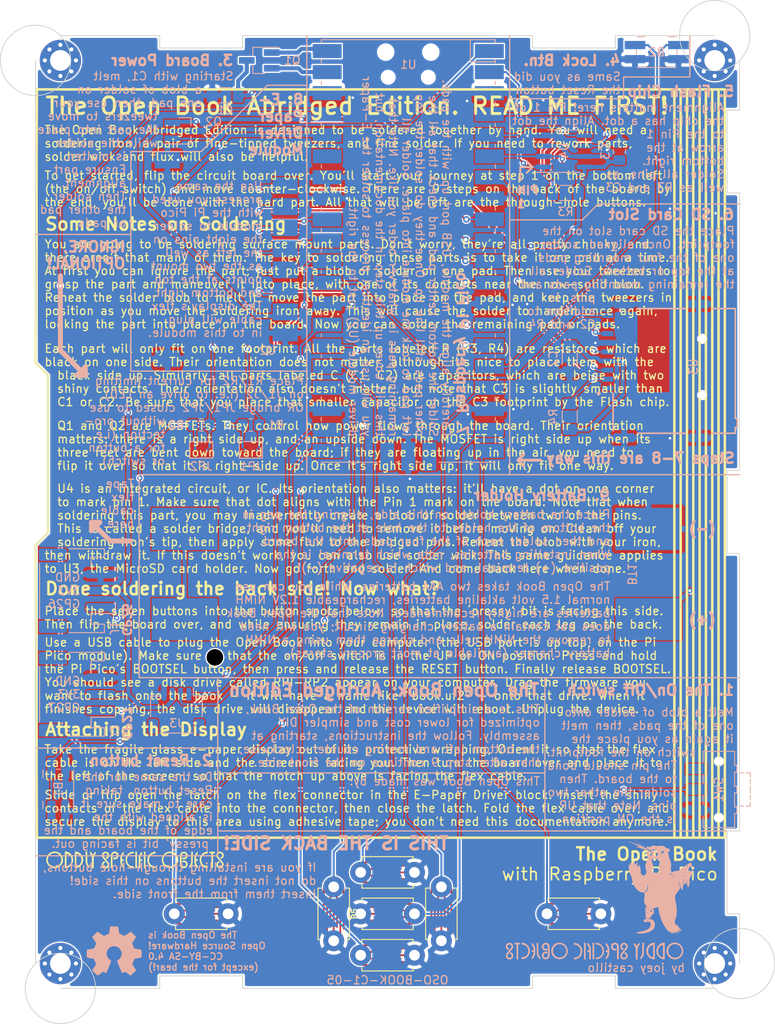
<source format=kicad_pcb>
(kicad_pcb (version 20171130) (host pcbnew "(5.1.4-0-10_14)")
  (title_block (title "Open Book Abridged Edition") (date "2022-11-08") (rev "05") (company "Oddly Specific Objects"))
  (layers (0 F.Cu signal) (31 B.Cu signal hide) (34 B.Paste user) (35 F.Paste user) (36 B.SilkS user) (37 F.SilkS user) (38 B.Mask user) (39 F.Mask user) (44 Edge.Cuts user))
  (net 0 "")
  (net 1 "GND")
  (net 2 "VCC")
  (net 3 "+BATT")
  (net 4 "/GP26")
  (net 5 "/GP27")
  (net 6 "/TX{slash}SDA")
  (net 7 "/RX{slash}SCL")
  (net 8 "VBUS")
  (net 9 "+3V3")
  (net 10 "/BTN_LOCK")
  (net 11 "/BABEL_CS")
  (net 12 "/SD_CS")
  (net 13 "/SCK")
  (net 14 "/MOSI")
  (net 15 "/MISO")
  (net 16 "/DISPLAY_BUSY")
  (net 17 "/DISPLAY_RESET")
  (net 18 "/DISPLAY_DC")
  (net 19 "/DISPLAY_CS")
  (net 20 "/DISPLAY_SCK")
  (net 21 "/DISPLAY_MOSI")
  (net 22 "/BTN_RIGHT")
  (net 23 "/BTN_SEL")
  (net 24 "/BTN_NEXT")
  (net 25 "/BTN_PREV")
  (net 26 "/BTN_UP")
  (net 27 "/BTN_LEFT")
  (net 28 "/BTN_DOWN")
  (net 29 "/SD_CD")
  (net 30 "/RESET")
  (net 31 "/_GP26")
  (net 32 "/EN")
  (net 33 "/SWCLK")
  (net 34 "/SWDIO")
  (net 36 "+3.3VP")
  (net 38 "/_GP27")
  (net 41 "/~{EN2}")
  (module "TACT_PANA-EVQ:TACT_PANA-EVQ-BUTTONPAD" (layer "F.Cu") (at 42.5 111)
    (fp_text reference "B8" hide)
    (fp_text value "SW_Push")
    (pad "1" smd roundrect (at -0.8 0.4) (size 5 0.2) (layers "F.Cu" "F.Mask") (roundrect_rratio 0.5) (net 28 "/BTN_DOWN"))
    (pad "1" smd roundrect (at -0.6 1.2) (size 5 0.2) (layers "F.Cu" "F.Mask") (roundrect_rratio 0.5) (net 28 "/BTN_DOWN"))
    (pad "1" smd roundrect (at -0.6 -1.2) (size 5 0.2) (layers "F.Cu" "F.Mask") (roundrect_rratio 0.5) (net 28 "/BTN_DOWN"))
    (pad "1" smd roundrect (at -0.8 -0.4) (size 5 0.2) (layers "F.Cu" "F.Mask") (roundrect_rratio 0.5) (net 28 "/BTN_DOWN"))
    (pad "1" thru_hole circle (at -3.250001 0) (size 2.54 2.54) (drill 1.3) (layers *.Cu *.Mask) (net 28 "/BTN_DOWN"))
    (pad "2" smd roundrect (at 0.8 0.8) (size 5 0.2) (layers "F.Cu" "F.Mask") (roundrect_rratio 0.5) (net 1 "GND"))
    (pad "2" thru_hole circle (at 3.250001 0) (size 2.54 2.54) (drill 1.3) (layers *.Cu *.Mask) (net 1 "GND"))
    (pad "2" smd roundrect (at 0.8 0) (size 5 0.2) (layers "F.Cu" "F.Mask") (roundrect_rratio 0.5) (net 1 "GND"))
    (pad "2" smd roundrect (at 0.8 -0.8) (size 5 0.2) (layers "F.Cu" "F.Mask") (roundrect_rratio 0.5) (net 1 "GND"))
  )
  (module "TACT_PANA-EVQ:TACT_PANA-EVQ-BUTTONPAD" (layer "F.Cu") (at 65 106)
    (fp_text reference "B4" hide)
    (fp_text value "SW_Push")
    (pad "1" smd roundrect (at -0.8 -0.4) (size 5 0.2) (layers "F.Cu" "F.Mask") (roundrect_rratio 0.5) (net 24 "/BTN_NEXT"))
    (pad "1" thru_hole circle (at -3.250001 0) (size 2.54 2.54) (drill 1.3) (layers *.Cu *.Mask) (net 24 "/BTN_NEXT"))
    (pad "1" smd roundrect (at -0.6 -1.2) (size 5 0.2) (layers "F.Cu" "F.Mask") (roundrect_rratio 0.5) (net 24 "/BTN_NEXT"))
    (pad "1" smd roundrect (at -0.8 0.4) (size 5 0.2) (layers "F.Cu" "F.Mask") (roundrect_rratio 0.5) (net 24 "/BTN_NEXT"))
    (pad "1" smd roundrect (at -0.6 1.2) (size 5 0.2) (layers "F.Cu" "F.Mask") (roundrect_rratio 0.5) (net 24 "/BTN_NEXT"))
    (pad "2" smd roundrect (at 0.8 0) (size 5 0.2) (layers "F.Cu" "F.Mask") (roundrect_rratio 0.5) (net 1 "GND"))
    (pad "2" thru_hole circle (at 3.250001 0) (size 2.54 2.54) (drill 1.3) (layers *.Cu *.Mask) (net 1 "GND"))
    (pad "2" smd roundrect (at 0.8 -0.8) (size 5 0.2) (layers "F.Cu" "F.Mask") (roundrect_rratio 0.5) (net 1 "GND"))
    (pad "2" smd roundrect (at 0.8 0.8) (size 5 0.2) (layers "F.Cu" "F.Mask") (roundrect_rratio 0.5) (net 1 "GND"))
  )
  (module "TACT_PANA-EVQ:TACT_PANA-EVQ-BUTTONPAD" (layer "F.Cu") (at 42.5 106 180)
    (fp_text reference "B7" hide)
    (fp_text value "SW_Push")
    (pad "1" smd roundrect (at -0.6 1.2 180) (size 5 0.2) (layers "F.Cu" "F.Mask") (roundrect_rratio 0.5) (net 23 "/BTN_SEL"))
    (pad "1" thru_hole circle (at -3.250001 0 180) (size 2.54 2.54) (drill 1.3) (layers *.Cu *.Mask) (net 23 "/BTN_SEL"))
    (pad "1" smd roundrect (at -0.8 0.4 180) (size 5 0.2) (layers "F.Cu" "F.Mask") (roundrect_rratio 0.5) (net 23 "/BTN_SEL"))
    (pad "1" smd roundrect (at -0.8 -0.4 180) (size 5 0.2) (layers "F.Cu" "F.Mask") (roundrect_rratio 0.5) (net 23 "/BTN_SEL"))
    (pad "1" smd roundrect (at -0.6 -1.2 180) (size 5 0.2) (layers "F.Cu" "F.Mask") (roundrect_rratio 0.5) (net 23 "/BTN_SEL"))
    (pad "2" smd roundrect (at 0.8 0 180) (size 5 0.2) (layers "F.Cu" "F.Mask") (roundrect_rratio 0.5) (net 1 "GND"))
    (pad "2" smd roundrect (at 0.8 -0.8 180) (size 5 0.2) (layers "F.Cu" "F.Mask") (roundrect_rratio 0.5) (net 1 "GND"))
    (pad "2" smd roundrect (at 0.8 0.8 180) (size 5 0.2) (layers "F.Cu" "F.Mask") (roundrect_rratio 0.5) (net 1 "GND"))
    (pad "2" thru_hole circle (at 3.250001 0 180) (size 2.54 2.54) (drill 1.3) (layers *.Cu *.Mask) (net 1 "GND"))
  )
  (module "MountingHole:MountingHole_2.5mm_Pad_Via" (layer "F.Cu") (at 82 112)
    (fp_text reference "REF**" hide)
    (fp_text value "MountingHole_2.5mm_Pad_Via" hide)
    (pad "1" thru_hole circle (at 1.325825 -1.325825) (size 0.8 0.8) (drill 0.5) (layers *.Cu *.Mask))
    (pad "1" thru_hole circle (at 1.875 0) (size 0.8 0.8) (drill 0.5) (layers *.Cu *.Mask))
    (pad "1" thru_hole circle (at -1.325825 1.325825) (size 0.8 0.8) (drill 0.5) (layers *.Cu *.Mask))
    (pad "1" thru_hole circle (at -1.875 0) (size 0.8 0.8) (drill 0.5) (layers *.Cu *.Mask))
    (pad "1" thru_hole circle (at 0 0) (size 5 5) (drill 2.5) (layers *.Cu *.Mask))
    (pad "1" thru_hole circle (at -1.325825 -1.325825) (size 0.8 0.8) (drill 0.5) (layers *.Cu *.Mask))
    (pad "1" thru_hole circle (at 0 -1.875) (size 0.8 0.8) (drill 0.5) (layers *.Cu *.Mask))
    (pad "1" thru_hole circle (at 1.325825 1.325825) (size 0.8 0.8) (drill 0.5) (layers *.Cu *.Mask))
    (pad "1" thru_hole circle (at 0 1.875) (size 0.8 0.8) (drill 0.5) (layers *.Cu *.Mask))
  )
  (module "TACT_PANA-EVQ:TACT_PANA-EVQ-BUTTONPAD" (layer "F.Cu") (at 36 106 -90)
    (fp_text reference "B5" (at 0 -2.5 -90) (layer "F.SilkS") (effects (font (size 0.666496 0.666496) (thickness 0.146304))))
    (fp_text value "SW_Push")
    (pad "1" smd roundrect (at -0.6 1.2 270) (size 5 0.2) (layers "F.Cu" "F.Mask") (roundrect_rratio 0.5) (net 27 "/BTN_LEFT"))
    (pad "1" smd roundrect (at -0.8 0.4 270) (size 5 0.2) (layers "F.Cu" "F.Mask") (roundrect_rratio 0.5) (net 27 "/BTN_LEFT"))
    (pad "1" smd roundrect (at -0.8 -0.4 270) (size 5 0.2) (layers "F.Cu" "F.Mask") (roundrect_rratio 0.5) (net 27 "/BTN_LEFT"))
    (pad "1" thru_hole circle (at -3.250001 0 270) (size 2.54 2.54) (drill 1.3) (layers *.Cu *.Mask) (net 27 "/BTN_LEFT"))
    (pad "1" smd roundrect (at -0.6 -1.2 270) (size 5 0.2) (layers "F.Cu" "F.Mask") (roundrect_rratio 0.5) (net 27 "/BTN_LEFT"))
    (pad "2" thru_hole circle (at 3.250001 0 270) (size 2.54 2.54) (drill 1.3) (layers *.Cu *.Mask) (net 1 "GND"))
    (pad "2" smd roundrect (at 0.8 -0.8 270) (size 5 0.2) (layers "F.Cu" "F.Mask") (roundrect_rratio 0.5) (net 1 "GND"))
    (pad "2" smd roundrect (at 0.8 0 270) (size 5 0.2) (layers "F.Cu" "F.Mask") (roundrect_rratio 0.5) (net 1 "GND"))
    (pad "2" smd roundrect (at 0.8 0.8 270) (size 5 0.2) (layers "F.Cu" "F.Mask") (roundrect_rratio 0.5) (net 1 "GND"))
  )
  (module "TACT_PANA-EVQ:TACT_PANA-EVQ-BUTTONPAD" (layer "F.Cu") (at 42.5 101)
    (fp_text reference "B6" hide)
    (fp_text value "SW_Push")
    (pad "1" smd roundrect (at -0.8 0.4) (size 5 0.2) (layers "F.Cu" "F.Mask") (roundrect_rratio 0.5) (net 26 "/BTN_UP"))
    (pad "1" smd roundrect (at -0.8 -0.4) (size 5 0.2) (layers "F.Cu" "F.Mask") (roundrect_rratio 0.5) (net 26 "/BTN_UP"))
    (pad "1" thru_hole circle (at -3.250001 0) (size 2.54 2.54) (drill 1.3) (layers *.Cu *.Mask) (net 26 "/BTN_UP"))
    (pad "1" smd roundrect (at -0.6 -1.2) (size 5 0.2) (layers "F.Cu" "F.Mask") (roundrect_rratio 0.5) (net 26 "/BTN_UP"))
    (pad "1" smd roundrect (at -0.6 1.2) (size 5 0.2) (layers "F.Cu" "F.Mask") (roundrect_rratio 0.5) (net 26 "/BTN_UP"))
    (pad "2" thru_hole circle (at 3.250001 0) (size 2.54 2.54) (drill 1.3) (layers *.Cu *.Mask) (net 1 "GND"))
    (pad "2" smd roundrect (at 0.8 0.8) (size 5 0.2) (layers "F.Cu" "F.Mask") (roundrect_rratio 0.5) (net 1 "GND"))
    (pad "2" smd roundrect (at 0.8 -0.8) (size 5 0.2) (layers "F.Cu" "F.Mask") (roundrect_rratio 0.5) (net 1 "GND"))
    (pad "2" smd roundrect (at 0.8 0) (size 5 0.2) (layers "F.Cu" "F.Mask") (roundrect_rratio 0.5) (net 1 "GND"))
  )
  (module "Oddly_Specific_Artwork:oso-logotype-2mm" (layer "F.Cu") (at 12 99.5)
    (fp_text reference "G***" hide)
    (fp_text value "LOGO" hide)
  )
  (module "MountingHole:MountingHole_2.5mm_Pad_Via" (layer "F.Cu") (at 82 3)
    (fp_text reference "REF**" hide)
    (fp_text value "MountingHole_2.5mm_Pad_Via" hide)
    (pad "1" thru_hole circle (at 1.875 0) (size 0.8 0.8) (drill 0.5) (layers *.Cu *.Mask))
    (pad "1" thru_hole circle (at 0 1.875) (size 0.8 0.8) (drill 0.5) (layers *.Cu *.Mask))
    (pad "1" thru_hole circle (at -1.325825 -1.325825) (size 0.8 0.8) (drill 0.5) (layers *.Cu *.Mask))
    (pad "1" thru_hole circle (at 0 -1.875) (size 0.8 0.8) (drill 0.5) (layers *.Cu *.Mask))
    (pad "1" thru_hole circle (at -1.875 0) (size 0.8 0.8) (drill 0.5) (layers *.Cu *.Mask))
    (pad "1" thru_hole circle (at 1.325825 -1.325825) (size 0.8 0.8) (drill 0.5) (layers *.Cu *.Mask))
    (pad "1" thru_hole circle (at 1.325825 1.325825) (size 0.8 0.8) (drill 0.5) (layers *.Cu *.Mask))
    (pad "1" thru_hole circle (at -1.325825 1.325825) (size 0.8 0.8) (drill 0.5) (layers *.Cu *.Mask))
    (pad "1" thru_hole circle (at 0 0) (size 5 5) (drill 2.5) (layers *.Cu *.Mask))
  )
  (module "TACT_PANA-EVQ:TACT_PANA-EVQ-BUTTONPAD" (layer "F.Cu") (at 49 106 -90)
    (fp_text reference "B9" hide)
    (fp_text value "SW_Push")
    (pad "1" smd roundrect (at -0.6 -1.2 270) (size 5 0.2) (layers "F.Cu" "F.Mask") (roundrect_rratio 0.5) (net 22 "/BTN_RIGHT"))
    (pad "1" smd roundrect (at -0.8 0.4 270) (size 5 0.2) (layers "F.Cu" "F.Mask") (roundrect_rratio 0.5) (net 22 "/BTN_RIGHT"))
    (pad "1" thru_hole circle (at -3.250001 0 270) (size 2.54 2.54) (drill 1.3) (layers *.Cu *.Mask) (net 22 "/BTN_RIGHT"))
    (pad "1" smd roundrect (at -0.8 -0.4 270) (size 5 0.2) (layers "F.Cu" "F.Mask") (roundrect_rratio 0.5) (net 22 "/BTN_RIGHT"))
    (pad "1" smd roundrect (at -0.6 1.2 270) (size 5 0.2) (layers "F.Cu" "F.Mask") (roundrect_rratio 0.5) (net 22 "/BTN_RIGHT"))
    (pad "2" smd roundrect (at 0.8 0.8 270) (size 5 0.2) (layers "F.Cu" "F.Mask") (roundrect_rratio 0.5) (net 1 "GND"))
    (pad "2" smd roundrect (at 0.8 0 270) (size 5 0.2) (layers "F.Cu" "F.Mask") (roundrect_rratio 0.5) (net 1 "GND"))
    (pad "2" thru_hole circle (at 3.250001 0 270) (size 2.54 2.54) (drill 1.3) (layers *.Cu *.Mask) (net 1 "GND"))
    (pad "2" smd roundrect (at 0.8 -0.8 270) (size 5 0.2) (layers "F.Cu" "F.Mask") (roundrect_rratio 0.5) (net 1 "GND"))
  )
  (module "MountingHole:MountingHole_2.5mm_Pad_Via" (layer "F.Cu") (at 3 112)
    (fp_text reference "REF**" hide)
    (fp_text value "MountingHole_2.5mm_Pad_Via" hide)
    (pad "1" thru_hole circle (at 0 0) (size 5 5) (drill 2.5) (layers *.Cu *.Mask))
    (pad "1" thru_hole circle (at -1.325825 -1.325825) (size 0.8 0.8) (drill 0.5) (layers *.Cu *.Mask))
    (pad "1" thru_hole circle (at 1.325825 1.325825) (size 0.8 0.8) (drill 0.5) (layers *.Cu *.Mask))
    (pad "1" thru_hole circle (at 1.875 0) (size 0.8 0.8) (drill 0.5) (layers *.Cu *.Mask))
    (pad "1" thru_hole circle (at 0 1.875) (size 0.8 0.8) (drill 0.5) (layers *.Cu *.Mask))
    (pad "1" thru_hole circle (at 1.325825 -1.325825) (size 0.8 0.8) (drill 0.5) (layers *.Cu *.Mask))
    (pad "1" thru_hole circle (at -1.875 0) (size 0.8 0.8) (drill 0.5) (layers *.Cu *.Mask))
    (pad "1" thru_hole circle (at -1.325825 1.325825) (size 0.8 0.8) (drill 0.5) (layers *.Cu *.Mask))
    (pad "1" thru_hole circle (at 0 -1.875) (size 0.8 0.8) (drill 0.5) (layers *.Cu *.Mask))
  )
  (module "MountingHole:MountingHole_2.5mm_Pad_Via" (layer "F.Cu") (at 3 3)
    (fp_text reference "REF**" hide)
    (fp_text value "MountingHole_2.5mm_Pad_Via" hide)
    (pad "1" thru_hole circle (at 1.875 0) (size 0.8 0.8) (drill 0.5) (layers *.Cu *.Mask))
    (pad "1" thru_hole circle (at 0 -1.875) (size 0.8 0.8) (drill 0.5) (layers *.Cu *.Mask))
    (pad "1" thru_hole circle (at 0 0) (size 5 5) (drill 2.5) (layers *.Cu *.Mask))
    (pad "1" thru_hole circle (at -1.325825 1.325825) (size 0.8 0.8) (drill 0.5) (layers *.Cu *.Mask))
    (pad "1" thru_hole circle (at 0 1.875) (size 0.8 0.8) (drill 0.5) (layers *.Cu *.Mask))
    (pad "1" thru_hole circle (at -1.325825 -1.325825) (size 0.8 0.8) (drill 0.5) (layers *.Cu *.Mask))
    (pad "1" thru_hole circle (at 1.325825 -1.325825) (size 0.8 0.8) (drill 0.5) (layers *.Cu *.Mask))
    (pad "1" thru_hole circle (at -1.875 0) (size 0.8 0.8) (drill 0.5) (layers *.Cu *.Mask))
    (pad "1" thru_hole circle (at 1.325825 1.325825) (size 0.8 0.8) (drill 0.5) (layers *.Cu *.Mask))
  )
  (module "TACT_PANA-EVQ:TACT_PANA-EVQ-BUTTONPAD" (layer "F.Cu") (at 20 106)
    (fp_text reference "B3" hide)
    (fp_text value "SW_Push")
    (pad "1" thru_hole circle (at -3.250001 0) (size 2.54 2.54) (drill 1.3) (layers *.Cu *.Mask) (net 25 "/BTN_PREV"))
    (pad "1" smd roundrect (at -0.8 -0.4) (size 5 0.2) (layers "F.Cu" "F.Mask") (roundrect_rratio 0.5) (net 25 "/BTN_PREV"))
    (pad "1" smd roundrect (at -0.6 1.2) (size 5 0.2) (layers "F.Cu" "F.Mask") (roundrect_rratio 0.5) (net 25 "/BTN_PREV"))
    (pad "1" smd roundrect (at -0.8 0.4) (size 5 0.2) (layers "F.Cu" "F.Mask") (roundrect_rratio 0.5) (net 25 "/BTN_PREV"))
    (pad "1" smd roundrect (at -0.6 -1.2) (size 5 0.2) (layers "F.Cu" "F.Mask") (roundrect_rratio 0.5) (net 25 "/BTN_PREV"))
    (pad "2" smd roundrect (at 0.8 -0.8) (size 5 0.2) (layers "F.Cu" "F.Mask") (roundrect_rratio 0.5) (net 1 "GND"))
    (pad "2" smd roundrect (at 0.8 0.8) (size 5 0.2) (layers "F.Cu" "F.Mask") (roundrect_rratio 0.5) (net 1 "GND"))
    (pad "2" thru_hole circle (at 3.250001 0) (size 2.54 2.54) (drill 1.3) (layers *.Cu *.Mask) (net 1 "GND"))
    (pad "2" smd roundrect (at 0.8 0) (size 5 0.2) (layers "F.Cu" "F.Mask") (roundrect_rratio 0.5) (net 1 "GND"))
  )
  (module "Jumper:SolderJumper-2_P1.3mm_Open_TrianglePad1.0x1.5mm" (layer "B.Cu") (at 20 50)
    (fp_text reference "JP2" (at 0 2) (layer "B.SilkS") (effects (justify mirror)))
    (fp_text value "Jumper_2_Open")
    (pad "1" smd custom (at -0.725 0) (size 0.3 0.3) (layers "B.Cu" "B.Mask") (net 38 "/_GP27") (options (clearance outline) (anchor rect)))
    (pad "2" smd custom (at 0.725 0) (size 0.3 0.3) (layers "B.Cu" "B.Mask") (net 5 "/GP27") (options (clearance outline) (anchor rect)))
  )
  (module "Connector_JST:JST_PH_S3B-PH-SM4-TB_1x03-1MP_P2.00mm_Horizontal" (layer "B.Cu") (at 5 79.5 90)
    (fp_text reference "J2" (at -4.5 4.5 270 unlocked) (layer "B.SilkS") (effects (justify mirror)))
    (fp_text value "JST-PH3")
    (pad "1" smd roundrect (at -2 2.85 90) (size 1 3.5) (layers "B.Cu" "B.Paste" "B.Mask") (net 38 "/_GP27"))
    (pad "2" smd roundrect (at 0 2.85 90) (size 1 3.5) (layers "B.Cu" "B.Paste" "B.Mask") (net 9 "+3V3"))
    (pad "3" smd roundrect (at 2 2.85 90) (size 1 3.5) (layers "B.Cu" "B.Paste" "B.Mask") (net 1 "GND"))
    (pad "MP" smd roundrect (at -4.35 -2.9 90) (size 1.5 3.4) (layers "B.Cu" "B.Paste" "B.Mask") (roundrect_rratio 0.166667))
    (pad "MP" smd roundrect (at 4.35 -2.9 90) (size 1.5 3.4) (layers "B.Cu" "B.Paste" "B.Mask") (roundrect_rratio 0.166667))
  )
  (module "Oddly_Specific_Artwork:oso-logotype-2mm" (layer "B.Cu") (at 67.5 110.5 180)
    (fp_text reference "G***" hide)
    (fp_text value "LOGO" hide)
  )
  (module "Connector_JST:JST_PH_S3B-PH-SM4-TB_1x03-1MP_P2.00mm_Horizontal" (layer "B.Cu") (at 5 67 90)
    (fp_text reference "J1" (at -4.5 4.5 270 unlocked) (layer "B.SilkS") (effects (justify mirror)))
    (fp_text value "JST-PH3")
    (pad "1" smd roundrect (at -2 2.85 90) (size 1 3.5) (layers "B.Cu" "B.Paste" "B.Mask") (net 31 "/_GP26"))
    (pad "2" smd roundrect (at 0 2.85 90) (size 1 3.5) (layers "B.Cu" "B.Paste" "B.Mask") (net 9 "+3V3"))
    (pad "3" smd roundrect (at 2 2.85 90) (size 1 3.5) (layers "B.Cu" "B.Paste" "B.Mask") (net 1 "GND"))
    (pad "MP" smd roundrect (at -4.35 -2.9 90) (size 1.5 3.4) (layers "B.Cu" "B.Paste" "B.Mask") (roundrect_rratio 0.166667))
    (pad "MP" smd roundrect (at 4.35 -2.9 90) (size 1.5 3.4) (layers "B.Cu" "B.Paste" "B.Mask") (roundrect_rratio 0.166667))
  )
  (module "OSO-BOOK-C2-01:OSO-BOOK-C2-01" (layer "B.Cu") (at 21 27 180)
    (fp_text reference "U2" (at -7 -11 unlocked) (layer "B.SilkS") (effects (justify mirror)))
    (fp_text value "OSO-BOOK-C2-01")
    (pad "1" smd roundrect (at -9.144 8.89 180) (size 3.048 2.032) (layers "B.Cu" "B.Paste" "B.Mask") (roundrect_rratio 0.05) (net 16 "/DISPLAY_BUSY"))
    (pad "2" smd roundrect (at -9.144 6.35 180) (size 3.048 2.032) (layers "B.Cu" "B.Paste" "B.Mask") (roundrect_rratio 0.05) (net 17 "/DISPLAY_RESET"))
    (pad "3" smd roundrect (at -9.144 3.81 180) (size 3.048 2.032) (layers "B.Cu" "B.Paste" "B.Mask") (roundrect_rratio 0.05) (net 18 "/DISPLAY_DC"))
    (pad "4" smd roundrect (at -9.144 1.27 180) (size 3.048 2.032) (layers "B.Cu" "B.Paste" "B.Mask") (roundrect_rratio 0.05) (net 19 "/DISPLAY_CS"))
    (pad "5" smd roundrect (at -9.144 -1.27 180) (size 3.048 2.032) (layers "B.Cu" "B.Paste" "B.Mask") (roundrect_rratio 0.05) (net 20 "/DISPLAY_SCK"))
    (pad "6" smd roundrect (at -9.144 -3.81 180) (size 3.048 2.032) (layers "B.Cu" "B.Paste" "B.Mask") (roundrect_rratio 0.05) (net 21 "/DISPLAY_MOSI"))
    (pad "7" smd roundrect (at -9.144 -6.35 180) (size 3.048 2.032) (layers "B.Cu" "B.Paste" "B.Mask") (roundrect_rratio 0.05) (net 36 "+3.3VP"))
    (pad "8" smd roundrect (at -9.144 -8.89 180) (size 3.048 2.032) (layers "B.Cu" "B.Paste" "B.Mask") (roundrect_rratio 0.05) (net 1 "GND"))
    (pad "9" smd roundrect (at 5.08 -12 180) (size 3.048 2.032) (layers "B.Cu" "B.Paste" "B.Mask") (roundrect_rratio 0.05) (net 1 "GND"))
    (pad "10" smd roundrect (at 5.08 12 180) (size 3.048 2.032) (layers "B.Cu" "B.Paste" "B.Mask") (roundrect_rratio 0.05) (net 1 "GND"))
  )
  (module "Package_SO:SOIC-8_3.9x4.9mm_P1.27mm" (layer "B.Cu") (at 63.8 13.95)
    (fp_text reference "U4" (at 0 -0.044 90) (layer "B.SilkS") (effects (justify mirror)))
    (fp_text value "GD25Q16C")
    (pad "1" smd roundrect (at -2.475 1.905) (size 1.95 0.6) (layers "B.Cu" "B.Paste" "B.Mask") (net 11 "/BABEL_CS"))
    (pad "2" smd roundrect (at -2.475 0.635) (size 1.95 0.6) (layers "B.Cu" "B.Paste" "B.Mask") (net 15 "/MISO"))
    (pad "3" smd roundrect (at -2.475 -0.635) (size 1.95 0.6) (layers "B.Cu" "B.Paste" "B.Mask") (net 36 "+3.3VP"))
    (pad "4" smd roundrect (at -2.475 -1.905) (size 1.95 0.6) (layers "B.Cu" "B.Paste" "B.Mask") (net 1 "GND"))
    (pad "5" smd roundrect (at 2.475 -1.905) (size 1.95 0.6) (layers "B.Cu" "B.Paste" "B.Mask") (net 14 "/MOSI"))
    (pad "6" smd roundrect (at 2.475 -0.635) (size 1.95 0.6) (layers "B.Cu" "B.Paste" "B.Mask") (net 13 "/SCK"))
    (pad "7" smd roundrect (at 2.475 0.635) (size 1.95 0.6) (layers "B.Cu" "B.Paste" "B.Mask") (net 36 "+3.3VP"))
    (pad "8" smd roundrect (at 2.475 1.905) (size 1.95 0.6) (layers "B.Cu" "B.Paste" "B.Mask") (net 36 "+3.3VP"))
  )
  (module "Oddly_Specific_Artwork:oso-bear-8mm-wide" (layer "B.Cu") (at 75.5 102.75 180)
    (fp_text reference "G***" hide)
    (fp_text value "LOGO" hide)
  )
  (module "Connector_JST:JST_SH_SM04B-SRSS-TB_1x04-1MP_P1.00mm_Horizontal" (layer "B.Cu") (at 17 81.5 180)
    (fp_text reference "J3" (at 0 -1.5) (layer "B.SilkS") (effects (justify mirror)))
    (fp_text value "JST-PH4")
    (pad "1" smd roundrect (at -1.5 2 180) (size 0.6 1.55) (layers "B.Cu" "B.Paste" "B.Mask") (net 7 "/RX{slash}SCL"))
    (pad "2" smd roundrect (at -0.5 2 180) (size 0.6 1.55) (layers "B.Cu" "B.Paste" "B.Mask") (net 6 "/TX{slash}SDA"))
    (pad "3" smd roundrect (at 0.5 2 180) (size 0.6 1.55) (layers "B.Cu" "B.Paste" "B.Mask") (net 9 "+3V3"))
    (pad "4" smd roundrect (at 1.5 2 180) (size 0.6 1.55) (layers "B.Cu" "B.Paste" "B.Mask") (net 1 "GND"))
    (pad "MP" smd roundrect (at 2.8 -1.875 180) (size 1.2 1.8) (layers "B.Cu" "B.Paste" "B.Mask") (roundrect_rratio 0.208333))
    (pad "MP" smd roundrect (at -2.8 -1.875 180) (size 1.2 1.8) (layers "B.Cu" "B.Paste" "B.Mask") (roundrect_rratio 0.208333))
  )
  (module "Capacitor_SMD:C_1206_3216Metric_Pad1.33x1.80mm_HandSolder" (layer "B.Cu") (at 64.5 39 90)
    (fp_text reference "C2" (at 0 -2 270) (layer "B.SilkS") (effects (justify mirror)))
    (fp_text value "10µF")
    (pad "1" smd roundrect (at -1.5625 0 90) (size 1.325 1.8) (layers "B.Cu" "B.Paste" "B.Mask") (roundrect_rratio 0.188679) (net 1 "GND"))
    (pad "2" smd roundrect (at 1.5625 0 90) (size 1.325 1.8) (layers "B.Cu" "B.Paste" "B.Mask") (roundrect_rratio 0.188679) (net 36 "+3.3VP"))
  )
  (module "Capacitor_SMD:C_0805_2012Metric_Pad1.18x1.45mm_HandSolder" (layer "B.Cu") (at 70.5 14 90)
    (fp_text reference "C3" (at 0 -1.7 90) (layer "B.SilkS") (effects (justify mirror)))
    (fp_text value "1µF")
    (pad "1" smd roundrect (at -1.0375 0 90) (size 1.175 1.45) (layers "B.Cu" "B.Paste" "B.Mask") (roundrect_rratio 0.212766) (net 36 "+3.3VP"))
    (pad "2" smd roundrect (at 1.0375 0 90) (size 1.175 1.45) (layers "B.Cu" "B.Paste" "B.Mask") (roundrect_rratio 0.212766) (net 1 "GND"))
  )
  (module "Button_Switch_SMD:Panasonic_EVQPUJ_EVQPUA" (layer "B.Cu") (at 75 2 180)
    (fp_text reference "B2" (at 0 0) (layer "B.SilkS") (effects (justify mirror)))
    (fp_text value "SW_Push")
    (pad "1" smd rect (at -2.625 0.85) (size 2.5 1) (layers "B.Cu" "B.Paste" "B.Mask") (net 10 "/BTN_LOCK"))
    (pad "1" smd rect (at 2.625 0.85) (size 2.5 1) (layers "B.Cu" "B.Paste" "B.Mask") (net 10 "/BTN_LOCK"))
    (pad "2" smd rect (at 2.625 -0.85) (size 2.5 1) (layers "B.Cu" "B.Paste" "B.Mask") (net 1 "GND"))
    (pad "2" smd rect (at -2.625 -0.85) (size 2.5 1) (layers "B.Cu" "B.Paste" "B.Mask") (net 1 "GND"))
  )
  (module "Package_TO_SOT_SMD:SOT-23_Handsoldering" (layer "B.Cu") (at 18 11.5)
    (fp_text reference "Q2" (at 3.5 -1.115) (layer "B.SilkS") (effects (justify mirror)))
    (fp_text value "Q_PMOS_GSD")
    (pad "1" smd rect (at -1.5 0.95) (size 1.9 0.8) (layers "B.Cu" "B.Paste" "B.Mask") (net 41 "/~{EN2}"))
    (pad "2" smd rect (at -1.5 -0.95) (size 1.9 0.8) (layers "B.Cu" "B.Paste" "B.Mask") (net 9 "+3V3"))
    (pad "3" smd rect (at 1.5 0) (size 1.9 0.8) (layers "B.Cu" "B.Paste" "B.Mask") (net 36 "+3.3VP"))
  )
  (module "Resistor_SMD:R_0805_2012Metric_Pad1.20x1.40mm_HandSolder" (layer "B.Cu") (at 20 47 180)
    (fp_text reference "R2" (at 3 0) (layer "B.SilkS") (effects (justify mirror)))
    (fp_text value "1k")
    (pad "1" smd roundrect (at -1 0 180) (size 1.2 1.4) (layers "B.Cu" "B.Paste" "B.Mask") (roundrect_rratio 0.208333) (net 5 "/GP27"))
    (pad "2" smd roundrect (at 1 0 180) (size 1.2 1.4) (layers "B.Cu" "B.Paste" "B.Mask") (roundrect_rratio 0.208333) (net 38 "/_GP27"))
  )
  (module "Resistor_SMD:R_1206_3216Metric_Pad1.30x1.75mm_HandSolder" (layer "B.Cu") (at 64 19)
    (fp_text reference "R3" (at 0 2.25 180) (layer "B.SilkS") (effects (justify mirror)))
    (fp_text value "10K")
    (pad "1" smd roundrect (at -1.55 0) (size 1.3 1.75) (layers "B.Cu" "B.Paste" "B.Mask") (roundrect_rratio 0.192308) (net 11 "/BABEL_CS"))
    (pad "2" smd roundrect (at 1.55 0) (size 1.3 1.75) (layers "B.Cu" "B.Paste" "B.Mask") (roundrect_rratio 0.192308) (net 36 "+3.3VP"))
  )
  (module "Jumper:SolderJumper-2_P1.3mm_Open_TrianglePad1.0x1.5mm" (layer "B.Cu") (at 26 50)
    (fp_text reference "JP1" (at 0 2) (layer "B.SilkS") (effects (justify mirror)))
    (fp_text value "Jumper_2_Open")
    (pad "1" smd custom (at -0.725 0) (size 0.3 0.3) (layers "B.Cu" "B.Mask") (net 31 "/_GP26") (options (clearance outline) (anchor rect)))
    (pad "2" smd custom (at 0.725 0) (size 0.3 0.3) (layers "B.Cu" "B.Mask") (net 4 "/GP26") (options (clearance outline) (anchor rect)))
  )
  (module "MEM2075-00-140-01-A:GCT_MEM2075-00-140-01-A" (layer "B.Cu") (at 80.5 40 -90)
    (fp_text reference "U3" (at -0.024 1.064 -270) (layer "B.SilkS") (effects (justify mirror)))
    (fp_text value "MEM2075")
    (pad "" np_thru_hole circle (at 3.4 0 270) (size 0.95 0.95) (drill 0.95) (layers *.Cu *.Mask))
    (pad "" np_thru_hole circle (at -3.4 0 270) (size 0.95 0.95) (drill 0.95) (layers *.Cu *.Mask))
    (pad "P1" smd rect (at 2.58 11.42 270) (size 0.62 1.4) (layers "B.Cu" "B.Paste" "B.Mask"))
    (pad "P2" smd rect (at 1.48 11.42 270) (size 0.62 1.4) (layers "B.Cu" "B.Paste" "B.Mask") (net 12 "/SD_CS"))
    (pad "P3" smd rect (at 0.38 11.42 270) (size 0.62 1.4) (layers "B.Cu" "B.Paste" "B.Mask") (net 14 "/MOSI"))
    (pad "P4" smd rect (at -0.72 11.42 270) (size 0.62 1.4) (layers "B.Cu" "B.Paste" "B.Mask") (net 36 "+3.3VP"))
    (pad "P5" smd rect (at -1.82 11.42 270) (size 0.62 1.4) (layers "B.Cu" "B.Paste" "B.Mask") (net 13 "/SCK"))
    (pad "P6" smd rect (at -2.92 11.42 270) (size 0.62 1.4) (layers "B.Cu" "B.Paste" "B.Mask") (net 1 "GND"))
    (pad "P7" smd rect (at -4.02 11.42 270) (size 0.62 1.4) (layers "B.Cu" "B.Paste" "B.Mask") (net 15 "/MISO"))
    (pad "P8" smd rect (at -5.12 11.42 270) (size 0.62 1.4) (layers "B.Cu" "B.Paste" "B.Mask"))
    (pad "P9" smd rect (at -6.22 11.42 270) (size 0.62 1.4) (layers "B.Cu" "B.Paste" "B.Mask") (net 29 "/SD_CD"))
    (pad "SH1" smd rect (at -7.6 0.42 270) (size 1.1 2.4) (layers "B.Cu" "B.Paste" "B.Mask") (net 1 "GND"))
    (pad "SH2" smd rect (at -7.6 9.42 270) (size 1.1 2.4) (layers "B.Cu" "B.Paste" "B.Mask") (net 1 "GND"))
    (pad "SH3" smd rect (at 8.55 9.42 270) (size 1.1 2.4) (layers "B.Cu" "B.Paste" "B.Mask") (net 1 "GND"))
    (pad "SH4" smd rect (at 8.55 0.42 270) (size 1.1 2.4) (layers "B.Cu" "B.Paste" "B.Mask") (net 1 "GND"))
  )
  (module "Battery_Holder:AAA_SMT" (layer "B.Cu") (at 46 65 180)
    (fp_text reference "BT1" (at -26 0 270 unlocked) (layer "B.SilkS") (effects (justify mirror)))
    (fp_text value "Battery")
    (pad "" np_thru_hole circle (at 24.35 -10.05 180) (size 2 2) (drill 2) (layers *.Mask))
    (pad "1" smd rect (at -28 -5.45 180) (size 8 5.1) (layers "B.Cu" "B.Paste" "B.Mask") (net 3 "+BATT"))
    (pad "2" smd rect (at -28 5.45 180) (size 8 5.1) (layers "B.Cu" "B.Paste" "B.Mask") (net 1 "GND"))
    (pad "3" smd rect (at 28 5.45 180) (size 8 5.1) (layers "B.Cu" "B.Paste" "B.Mask"))
    (pad "3" smd rect (at 28 -5.45 180) (size 8 5.1) (layers "B.Cu" "B.Paste" "B.Mask"))
  )
  (module "Button_Switch_SMD:SW_SPDT_CK-JS102011SAQN" (layer "B.Cu") (at 82.5 91 -90)
    (fp_text reference "SW1" (at 0 0 90) (layer "B.SilkS") (effects (justify mirror)))
    (fp_text value "SW_SPDT")
    (pad "" np_thru_hole circle (at -3.4 0 270) (size 0.9 0.9) (drill 0.9) (layers *.Cu *.Mask))
    (pad "" np_thru_hole circle (at 3.4 0 270) (size 0.9 0.9) (drill 0.9) (layers *.Cu *.Mask))
    (pad "1" smd rect (at -2.5 2.75 270) (size 1.25 2.5) (layers "B.Cu" "B.Paste" "B.Mask"))
    (pad "2" smd rect (at 0 2.75 270) (size 1.25 2.5) (layers "B.Cu" "B.Paste" "B.Mask") (net 32 "/EN"))
    (pad "3" smd rect (at 2.5 2.75 270) (size 1.25 2.5) (layers "B.Cu" "B.Paste" "B.Mask") (net 1 "GND"))
  )
  (module "Symbol:OSHW-Symbol_6.7x6mm_SilkScreen" (layer "B.Cu") (at 9.5 110.5 180)
    (fp_text reference "REF**" hide)
    (fp_text value "OSHW-Symbol_6.7x6mm_SilkScreen" hide)
  )
  (module "Resistor_SMD:R_1206_3216Metric_Pad1.30x1.75mm_HandSolder" (layer "B.Cu") (at 64.5 46 -90)
    (fp_text reference "R4" (at 0 2 90) (layer "B.SilkS") (effects (justify mirror)))
    (fp_text value "10K")
    (pad "1" smd roundrect (at -1.55 0 270) (size 1.3 1.75) (layers "B.Cu" "B.Paste" "B.Mask") (roundrect_rratio 0.192308) (net 12 "/SD_CS"))
    (pad "2" smd roundrect (at 1.55 0 270) (size 1.3 1.75) (layers "B.Cu" "B.Paste" "B.Mask") (roundrect_rratio 0.192308) (net 36 "+3.3VP"))
  )
  (module "Package_TO_SOT_SMD:SOT-23_Handsoldering" (layer "B.Cu") (at 27 3 180)
    (fp_text reference "Q1" (at -4 0) (layer "B.SilkS") (effects (justify mirror)))
    (fp_text value "Q_PMOS_GSD")
    (pad "1" smd rect (at -1.5 0.95 180) (size 1.9 0.8) (layers "B.Cu" "B.Paste" "B.Mask") (net 8 "VBUS"))
    (pad "2" smd rect (at -1.5 -0.95 180) (size 1.9 0.8) (layers "B.Cu" "B.Paste" "B.Mask") (net 2 "VCC"))
    (pad "3" smd rect (at 1.5 0 180) (size 1.9 0.8) (layers "B.Cu" "B.Paste" "B.Mask") (net 3 "+BATT"))
  )
  (module "Resistor_SMD:R_0805_2012Metric_Pad1.20x1.40mm_HandSolder" (layer "B.Cu") (at 26 47 180)
    (fp_text reference "R1" (at -3 0) (layer "B.SilkS") (effects (justify mirror)))
    (fp_text value "1k")
    (pad "1" smd roundrect (at -1 0 180) (size 1.2 1.4) (layers "B.Cu" "B.Paste" "B.Mask") (roundrect_rratio 0.208333) (net 4 "/GP26"))
    (pad "2" smd roundrect (at 1 0 180) (size 1.2 1.4) (layers "B.Cu" "B.Paste" "B.Mask") (roundrect_rratio 0.208333) (net 31 "/_GP26"))
  )
  (module "Capacitor_SMD:C_1206_3216Metric_Pad1.33x1.80mm_HandSolder" (layer "B.Cu") (at 22.9 7.2 180)
    (fp_text reference "C1" (at 0 -1.8) (layer "B.SilkS") (effects (justify mirror)))
    (fp_text value "10µF")
    (pad "1" smd roundrect (at -1.5625 0 180) (size 1.325 1.8) (layers "B.Cu" "B.Paste" "B.Mask") (roundrect_rratio 0.188679) (net 3 "+BATT"))
    (pad "2" smd roundrect (at 1.5625 0 180) (size 1.325 1.8) (layers "B.Cu" "B.Paste" "B.Mask") (roundrect_rratio 0.188679) (net 1 "GND"))
  )
  (module "Button_Switch_SMD:Panasonic_EVQPUJ_EVQPUA" (layer "B.Cu") (at 2.75 91 -90)
    (fp_text reference "B1" (at 0 0 90) (layer "B.SilkS") (effects (justify mirror)))
    (fp_text value "SW_Push")
    (pad "1" smd rect (at 2.625 0.85 90) (size 2.5 1) (layers "B.Cu" "B.Paste" "B.Mask") (net 30 "/RESET"))
    (pad "1" smd rect (at -2.625 0.85 90) (size 2.5 1) (layers "B.Cu" "B.Paste" "B.Mask") (net 30 "/RESET"))
    (pad "2" smd rect (at 2.625 -0.85 90) (size 2.5 1) (layers "B.Cu" "B.Paste" "B.Mask") (net 1 "GND"))
    (pad "2" smd rect (at -2.625 -0.85 90) (size 2.5 1) (layers "B.Cu" "B.Paste" "B.Mask") (net 1 "GND"))
  )
  (module "MCU_RaspberryPi_and_Boards:RPi_Pico_SMD" (layer "B.Cu") (at 45 26 180)
    (fp_text reference "U1" (at 0 22.5) (layer "B.SilkS") (effects (justify mirror)))
    (fp_text value "Pico")
    (pad "" np_thru_hole oval (at 2.425 20.97 180) (size 1.5 1.5) (drill 1.5) (layers *.Cu *.Mask))
    (pad "" np_thru_hole oval (at 2.725 24 180) (size 1.8 1.8) (drill 1.8) (layers *.Cu *.Mask))
    (pad "" np_thru_hole oval (at -2.725 24 180) (size 1.8 1.8) (drill 1.8) (layers *.Cu *.Mask))
    (pad "" np_thru_hole oval (at -2.425 20.97 180) (size 1.5 1.5) (drill 1.5) (layers *.Cu *.Mask))
    (pad "1" smd rect (at -8.89 24.13 180) (size 3.5 1.7) (drill (offset -0.9 0)) (layers "B.Cu" "B.Paste" "B.Mask") (net 41 "/~{EN2}"))
    (pad "2" smd rect (at -8.89 21.59 180) (size 3.5 1.7) (drill (offset -0.9 0)) (layers "B.Cu" "B.Paste" "B.Mask") (net 11 "/BABEL_CS"))
    (pad "3" smd rect (at -8.89 19.05 180) (size 3.5 1.7) (drill (offset -0.9 0)) (layers "B.Cu" "B.Paste" "B.Mask") (net 1 "GND"))
    (pad "4" smd rect (at -8.89 16.51 180) (size 3.5 1.7) (drill (offset -0.9 0)) (layers "B.Cu" "B.Paste" "B.Mask") (net 13 "/SCK"))
    (pad "5" smd rect (at -8.89 13.97 180) (size 3.5 1.7) (drill (offset -0.9 0)) (layers "B.Cu" "B.Paste" "B.Mask") (net 14 "/MOSI"))
    (pad "6" smd rect (at -8.89 11.43 180) (size 3.5 1.7) (drill (offset -0.9 0)) (layers "B.Cu" "B.Paste" "B.Mask") (net 15 "/MISO"))
    (pad "7" smd rect (at -8.89 8.89 180) (size 3.5 1.7) (drill (offset -0.9 0)) (layers "B.Cu" "B.Paste" "B.Mask") (net 12 "/SD_CS"))
    (pad "8" smd rect (at -8.89 6.35 180) (size 3.5 1.7) (drill (offset -0.9 0)) (layers "B.Cu" "B.Paste" "B.Mask") (net 1 "GND"))
    (pad "9" smd rect (at -8.89 3.81 180) (size 3.5 1.7) (drill (offset -0.9 0)) (layers "B.Cu" "B.Paste" "B.Mask") (net 16 "/DISPLAY_BUSY"))
    (pad "10" smd rect (at -8.89 1.27 180) (size 3.5 1.7) (drill (offset -0.9 0)) (layers "B.Cu" "B.Paste" "B.Mask") (net 17 "/DISPLAY_RESET"))
    (pad "11" smd rect (at -8.89 -1.27 180) (size 3.5 1.7) (drill (offset -0.9 0)) (layers "B.Cu" "B.Paste" "B.Mask") (net 18 "/DISPLAY_DC"))
    (pad "12" smd rect (at -8.89 -3.81 180) (size 3.5 1.7) (drill (offset -0.9 0)) (layers "B.Cu" "B.Paste" "B.Mask") (net 19 "/DISPLAY_CS"))
    (pad "13" smd rect (at -8.89 -6.35 180) (size 3.5 1.7) (drill (offset -0.9 0)) (layers "B.Cu" "B.Paste" "B.Mask") (net 1 "GND"))
    (pad "14" smd rect (at -8.89 -8.89 180) (size 3.5 1.7) (drill (offset -0.9 0)) (layers "B.Cu" "B.Paste" "B.Mask") (net 20 "/DISPLAY_SCK"))
    (pad "15" smd rect (at -8.89 -11.43 180) (size 3.5 1.7) (drill (offset -0.9 0)) (layers "B.Cu" "B.Paste" "B.Mask") (net 21 "/DISPLAY_MOSI"))
    (pad "16" smd rect (at -8.89 -13.97 180) (size 3.5 1.7) (drill (offset -0.9 0)) (layers "B.Cu" "B.Paste" "B.Mask") (net 10 "/BTN_LOCK"))
    (pad "17" smd rect (at -8.89 -16.51 180) (size 3.5 1.7) (drill (offset -0.9 0)) (layers "B.Cu" "B.Paste" "B.Mask") (net 22 "/BTN_RIGHT"))
    (pad "18" smd rect (at -8.89 -19.05 180) (size 3.5 1.7) (drill (offset -0.9 0)) (layers "B.Cu" "B.Paste" "B.Mask") (net 1 "GND"))
    (pad "19" smd rect (at -8.89 -21.59 180) (size 3.5 1.7) (drill (offset -0.9 0)) (layers "B.Cu" "B.Paste" "B.Mask") (net 23 "/BTN_SEL"))
    (pad "20" smd rect (at -8.89 -24.13 180) (size 3.5 1.7) (drill (offset -0.9 0)) (layers "B.Cu" "B.Paste" "B.Mask") (net 24 "/BTN_NEXT"))
    (pad "21" smd rect (at 8.89 -24.13 180) (size 3.5 1.7) (drill (offset 0.9 0)) (layers "B.Cu" "B.Paste" "B.Mask") (net 6 "/TX{slash}SDA"))
    (pad "22" smd rect (at 8.89 -21.59 180) (size 3.5 1.7) (drill (offset 0.9 0)) (layers "B.Cu" "B.Paste" "B.Mask") (net 7 "/RX{slash}SCL"))
    (pad "23" smd rect (at 8.89 -19.05 180) (size 3.5 1.7) (drill (offset 0.9 0)) (layers "B.Cu" "B.Paste" "B.Mask") (net 1 "GND"))
    (pad "24" smd rect (at 8.89 -16.51 180) (size 3.5 1.7) (drill (offset 0.9 0)) (layers "B.Cu" "B.Paste" "B.Mask") (net 25 "/BTN_PREV"))
    (pad "25" smd rect (at 8.89 -13.97 180) (size 3.5 1.7) (drill (offset 0.9 0)) (layers "B.Cu" "B.Paste" "B.Mask") (net 26 "/BTN_UP"))
    (pad "26" smd rect (at 8.89 -11.43 180) (size 3.5 1.7) (drill (offset 0.9 0)) (layers "B.Cu" "B.Paste" "B.Mask") (net 27 "/BTN_LEFT"))
    (pad "27" smd rect (at 8.89 -8.89 180) (size 3.5 1.7) (drill (offset 0.9 0)) (layers "B.Cu" "B.Paste" "B.Mask") (net 28 "/BTN_DOWN"))
    (pad "28" smd rect (at 8.89 -6.35 180) (size 3.5 1.7) (drill (offset 0.9 0)) (layers "B.Cu" "B.Paste" "B.Mask") (net 1 "GND"))
    (pad "29" smd rect (at 8.89 -3.81 180) (size 3.5 1.7) (drill (offset 0.9 0)) (layers "B.Cu" "B.Paste" "B.Mask") (net 29 "/SD_CD"))
    (pad "30" smd rect (at 8.89 -1.27 180) (size 3.5 1.7) (drill (offset 0.9 0)) (layers "B.Cu" "B.Paste" "B.Mask") (net 30 "/RESET"))
    (pad "31" smd rect (at 8.89 1.27 180) (size 3.5 1.7) (drill (offset 0.9 0)) (layers "B.Cu" "B.Paste" "B.Mask") (net 4 "/GP26"))
    (pad "32" smd rect (at 8.89 3.81 180) (size 3.5 1.7) (drill (offset 0.9 0)) (layers "B.Cu" "B.Paste" "B.Mask") (net 5 "/GP27"))
    (pad "33" smd rect (at 8.89 6.35 180) (size 3.5 1.7) (drill (offset 0.9 0)) (layers "B.Cu" "B.Paste" "B.Mask") (net 1 "GND"))
    (pad "34" smd rect (at 8.89 8.89 180) (size 3.5 1.7) (drill (offset 0.9 0)) (layers "B.Cu" "B.Paste" "B.Mask") (net 1 "GND"))
    (pad "35" smd rect (at 8.89 11.43 180) (size 3.5 1.7) (drill (offset 0.9 0)) (layers "B.Cu" "B.Paste" "B.Mask"))
    (pad "36" smd rect (at 8.89 13.97 180) (size 3.5 1.7) (drill (offset 0.9 0)) (layers "B.Cu" "B.Paste" "B.Mask") (net 9 "+3V3"))
    (pad "37" smd rect (at 8.89 16.51 180) (size 3.5 1.7) (drill (offset 0.9 0)) (layers "B.Cu" "B.Paste" "B.Mask") (net 32 "/EN"))
    (pad "38" smd rect (at 8.89 19.05 180) (size 3.5 1.7) (drill (offset 0.9 0)) (layers "B.Cu" "B.Paste" "B.Mask") (net 1 "GND"))
    (pad "39" smd rect (at 8.89 21.59 180) (size 3.5 1.7) (drill (offset 0.9 0)) (layers "B.Cu" "B.Paste" "B.Mask") (net 2 "VCC"))
    (pad "40" smd rect (at 8.89 24.13 180) (size 3.5 1.7) (drill (offset 0.9 0)) (layers "B.Cu" "B.Paste" "B.Mask") (net 8 "VBUS"))
    (pad "41" smd rect (at -2.54 -23.9 90) (size 3.5 1.7) (drill (offset -0.9 0)) (layers "B.Cu" "B.Paste" "B.Mask") (net 33 "/SWCLK"))
    (pad "42" smd rect (at 0 -23.9 90) (size 3.5 1.7) (drill (offset -0.9 0)) (layers "B.Cu" "B.Paste" "B.Mask") (net 1 "GND"))
    (pad "43" smd rect (at 2.54 -23.9 90) (size 3.5 1.7) (drill (offset -0.9 0)) (layers "B.Cu" "B.Paste" "B.Mask") (net 34 "/SWDIO"))
  )
  (gr_line (start 6.75 58.75) (end 7.75 58.75) (layer "B.SilkS") (width 0.6))
  (gr_line (start 22 89) (end 22 99) (layer "B.SilkS") (width 0.15))
  (gr_line (start 12.5 77.5) (end 22 77.5) (layer "B.SilkS") (width 0.15))
  (gr_line (start 60 15.875) (end 58.525 15.875) (layer "B.SilkS") (width 0.25))
  (gr_line (start 22 89) (end 61.5 89) (layer "B.SilkS") (width 0.15))
  (gr_line (start 11.5 14) (end 20 14) (layer "B.SilkS") (width 0.15))
  (gr_line (start 71 7.62) (end 57.25 7.62) (layer "B.SilkS") (width 0.15))
  (gr_line (start 67.945 20.32) (end 85.09 20.32) (layer "B.SilkS") (width 0.15))
  (gr_line (start 61.5 96) (end 22 96) (layer "B.SilkS") (width 0.15))
  (gr_line (start 79 5) (end 71 5) (layer "B.SilkS") (width 0.15))
  (gr_line (start 6.75 59.75) (end 7.75 58.75) (layer "B.SilkS") (width 0.6))
  (gr_line (start 57.25 22.25) (end 66 22.25) (layer "B.SilkS") (width 0.15))
  (gr_line (start 9 61) (end 11.5 61) (layer "B.SilkS") (width 0.6))
  (gr_line (start 58.95 50.55) (end 58.25 51.25) (layer "B.SilkS") (width 0.35))
  (gr_line (start 28 6) (end 32.75 6) (layer "B.SilkS") (width 0.15))
  (gr_line (start 7.25 59.25) (end 9 61) (layer "B.SilkS") (width 0.6))
  (gr_line (start 6 40) (end 5 41) (layer "B.SilkS") (width 0.6))
  (gr_line (start 57.25 53) (end 57.25 0) (layer "B.SilkS") (width 0.15))
  (gr_line (start 5.5 40.5) (end 3 38) (layer "B.SilkS") (width 0.6))
  (gr_line (start 85 77.5) (end 22 77.5) (layer "B.SilkS") (width 0.15))
  (gr_line (start 58.525 15.875) (end 58.525 17.5) (layer "B.SilkS") (width 0.25))
  (gr_line (start 61.5 96) (end 83.5 96) (layer "B.SilkS") (width 0.15))
  (gr_line (start 58.25 51.25) (end 58.95 51.95) (layer "B.SilkS") (width 0.35))
  (gr_line (start 11.5 40.5) (end 32.75 40.5) (layer "B.SilkS") (width 0.15))
  (gr_line (start 79 0) (end 79 5) (layer "B.SilkS") (width 0.15))
  (gr_line (start 22 99) (end 0 99) (layer "B.SilkS") (width 0.15))
  (gr_line (start 58.25 51.25) (end 60.9875 51.25) (layer "B.SilkS") (width 0.35))
  (gr_line (start 32.75 0) (end 32.75 53) (layer "B.SilkS") (width 0.15))
  (gr_line (start 20 14) (end 28 6) (layer "B.SilkS") (width 0.15))
  (gr_line (start 59.3 16.575) (end 60 15.875) (layer "B.SilkS") (width 0.25))
  (gr_line (start 6 41) (end 5 41) (layer "B.SilkS") (width 0.6))
  (gr_line (start 11.5 21) (end 11.5 40.5) (layer "B.SilkS") (width 0.15))
  (gr_line (start 11.5 14) (end 11.5 21) (layer "B.SilkS") (width 0.15))
  (gr_line (start 6 41) (end 6 40) (layer "B.SilkS") (width 0.6))
  (gr_line (start 61.5 96) (end 61.5 77.5) (layer "B.SilkS") (width 0.15))
  (gr_line (start 60 15.875) (end 59.3 15.175) (layer "B.SilkS") (width 0.25))
  (gr_line (start 3 38) (end 3 29) (layer "B.SilkS") (width 0.6))
  (gr_line (start 22 77.5) (end 22 89) (layer "B.SilkS") (width 0.15))
  (gr_line (start 66 22.25) (end 67.945 20.32) (layer "B.SilkS") (width 0.15))
  (gr_line (start 6.75 58.75) (end 6.75 59.75) (layer "B.SilkS") (width 0.6))
  (gr_line (start 12.5 53) (end 12.5 77.5) (layer "B.SilkS") (width 0.15))
  (gr_line (start 22 86) (end 0 86) (layer "B.SilkS") (width 0.15))
  (gr_line (start 11.5 24) (end 0 24) (layer "B.SilkS") (width 0.15))
  (gr_line (start 12.5 53) (end 85 53) (layer "B.SilkS") (width 0.15))
  (gr_line (start 71 5) (end 71 7.62) (layer "B.SilkS") (width 0.15))
  (gr_line (start 81.702 6.5) (end 82.464 6.5) (layer "F.SilkS") (width 0.3048))
  (gr_line (start 1.5 60) (end 0 61.5) (layer "F.SilkS") (width 0.3048))
  (gr_line (start 80.94 6.5) (end 80.94 96.812) (layer "F.SilkS") (width 0.3048))
  (gr_line (start 80.94 6.5) (end 81.702 6.5) (layer "F.SilkS") (width 0.3048))
  (gr_line (start 77.892 96.812) (end 77.13 96.812) (layer "F.SilkS") (width 0.3048))
  (gr_line (start 1.5 60) (end 1.5 41) (layer "F.SilkS") (width 0.3048))
  (gr_line (start 77.892 6.5) (end 77.892 96.812) (layer "F.SilkS") (width 0.3048))
  (gr_line (start 0.168 6.5) (end 77.13 6.5) (layer "F.SilkS") (width 0.3048))
  (gr_line (start 82.464 96.812) (end 81.702 96.812) (layer "F.SilkS") (width 0.3048))
  (gr_line (start 83.226 6.5) (end 83.226 96.812) (layer "F.SilkS") (width 0.3048))
  (gr_line (start 77.892 6.5) (end 78.654 6.5) (layer "F.SilkS") (width 0.3048))
  (gr_line (start 77.13 96.812) (end 0.168 96.812) (layer "F.SilkS") (width 0.3048))
  (gr_line (start 79.416 96.812) (end 78.654 96.812) (layer "F.SilkS") (width 0.3048))
  (gr_line (start 83.226 96.812) (end 82.464 96.812) (layer "F.SilkS") (width 0.3048))
  (gr_line (start 80.178 96.812) (end 79.416 96.812) (layer "F.SilkS") (width 0.3048))
  (gr_line (start 80.178 6.5) (end 80.178 96.812) (layer "F.SilkS") (width 0.3048))
  (gr_line (start 0 39.5) (end 0.168 6.5) (layer "F.SilkS") (width 0.3048))
  (gr_line (start 0 61.5) (end 0.168 96.812) (layer "F.SilkS") (width 0.3048))
  (gr_line (start 81.702 6.5) (end 81.702 96.812) (layer "F.SilkS") (width 0.3048))
  (gr_line (start 82.464 6.5) (end 82.464 96.812) (layer "F.SilkS") (width 0.3048))
  (gr_line (start 81.702 96.812) (end 80.94 96.812) (layer "F.SilkS") (width 0.3048))
  (gr_line (start 80.94 96.812) (end 80.178 96.812) (layer "F.SilkS") (width 0.3048))
  (gr_line (start 77.13 6.5) (end 77.892 6.5) (layer "F.SilkS") (width 0.3048))
  (gr_line (start 82.464 6.5) (end 83.226 6.5) (layer "F.SilkS") (width 0.3048))
  (gr_line (start 78.654 96.812) (end 77.892 96.812) (layer "F.SilkS") (width 0.3048))
  (gr_line (start 79.416 6.5) (end 79.416 96.812) (layer "F.SilkS") (width 0.3048))
  (gr_line (start 78.654 6.5) (end 79.416 6.5) (layer "F.SilkS") (width 0.3048))
  (gr_line (start 77.13 6.5) (end 77.13 96.812) (layer "F.SilkS") (width 0.3048))
  (gr_line (start 79.416 6.5) (end 80.178 6.5) (layer "F.SilkS") (width 0.3048))
  (gr_line (start 78.654 6.5) (end 78.654 96.812) (layer "F.SilkS") (width 0.3048))
  (gr_line (start 1.5 41) (end 0 39.5) (layer "F.SilkS") (width 0.3048))
  (gr_line (start 80.178 6.5) (end 80.94 6.5) (layer "F.SilkS") (width 0.3048))
  (gr_line (start 85 9) (end 83.5 9) (layer "Edge.Cuts") (width 0.1))
  (gr_line (start 83.5 96) (end 85 96) (layer "Edge.Cuts") (width 0.1))
  (gr_line (start 85 106) (end 83.5 106) (layer "Edge.Cuts") (width 0.1))
  (gr_line (start 85 62.5) (end 85 96) (layer "Edge.Cuts") (width 0.1))
  (gr_line (start 83.5 52.5) (end 83.5 62.5) (layer "Edge.Cuts") (width 0.1))
  (gr_line (start 70 1.5) (end 70 0) (layer "Edge.Cuts") (width 0.1))
  (gr_line (start 25 0) (end 25 1.5) (layer "Edge.Cuts") (width 0.1))
  (gr_line (start 85 112) (end 85 106) (layer "Edge.Cuts") (width 0.1))
  (gr_line (start 25 1.5) (end 15 1.5) (layer "Edge.Cuts") (width 0.1))
  (gr_line (start 70 113.5) (end 60 113.5) (layer "Edge.Cuts") (width 0.1))
  (gr_line (start 83.5 19) (end 85 19) (layer "Edge.Cuts") (width 0.1))
  (gr_line (start 0 112) (end 0 61.5) (layer "Edge.Cuts") (width 0.1))
  (gr_line (start 1.5 60) (end 1.5 41) (layer "Edge.Cuts") (width 0.1))
  (gr_line (start 70 0) (end 82 0) (layer "Edge.Cuts") (width 0.1))
  (gr_line (start 83.5 9) (end 83.5 19) (layer "Edge.Cuts") (width 0.1))
  (gr_line (start 70 115) (end 82 115) (layer "Edge.Cuts") (width 0.1))
  (gr_line (start 0 39.5) (end 0 3) (layer "Edge.Cuts") (width 0.1))
  (gr_line (start 15 1.5) (end 15 0) (layer "Edge.Cuts") (width 0.1))
  (gr_line (start 60 1.5) (end 70 1.5) (layer "Edge.Cuts") (width 0.1))
  (gr_line (start 25 0) (end 60 0) (layer "Edge.Cuts") (width 0.1))
  (gr_line (start 15 115) (end 15 113.5) (layer "Edge.Cuts") (width 0.1))
  (gr_line (start 60 0) (end 60 1.5) (layer "Edge.Cuts") (width 0.1))
  (gr_line (start 0 61.5) (end 1.5 60) (layer "Edge.Cuts") (width 0.1))
  (gr_line (start 85 3) (end 85 9) (layer "Edge.Cuts") (width 0.1))
  (gr_line (start 1.5 41) (end 0 39.5) (layer "Edge.Cuts") (width 0.1))
  (gr_line (start 70 115) (end 70 113.5) (layer "Edge.Cuts") (width 0.1))
  (gr_line (start 83.5 106) (end 83.5 96) (layer "Edge.Cuts") (width 0.1))
  (gr_line (start 60 115) (end 25 115) (layer "Edge.Cuts") (width 0.1))
  (gr_line (start 85 19) (end 85 52.5) (layer "Edge.Cuts") (width 0.1))
  (gr_line (start 15 113.5) (end 25 113.5) (layer "Edge.Cuts") (width 0.1))
  (gr_line (start 3 0) (end 15 0) (layer "Edge.Cuts") (width 0.1))
  (gr_line (start 3 115) (end 15 115) (layer "Edge.Cuts") (width 0.1))
  (gr_line (start 25 113.5) (end 25 115) (layer "Edge.Cuts") (width 0.1))
  (gr_line (start 85 52.5) (end 83.5 52.5) (layer "Edge.Cuts") (width 0.1))
  (gr_line (start 60 113.5) (end 60 115) (layer "Edge.Cuts") (width 0.1))
  (gr_line (start 83.5 62.5) (end 85 62.5) (layer "Edge.Cuts") (width 0.1))
  (gr_arc (start 0 3) (end 3 0) (angle 0) (layer "Edge.Cuts") (width 0.1))
  (gr_arc (start 85 112) (end 82 115) (angle 0) (layer "Edge.Cuts") (width 0.1))
  (gr_arc (start 3 115) (end 0 112) (angle 0) (layer "Edge.Cuts") (width 0.1))
  (gr_arc (start 82 0) (end 85 3) (angle 0) (layer "Edge.Cuts") (width 0.1))
  (gr_text "Place the battery holder on this side, aligning the peg in \nthe bottom of the holder to the hole at the bottom right, \nand then solder each of the four pads onto the board. \nWhen installing batteries, note which terminal is the\npositive (+) terminal, and which is negative (-)!" (at 69.5 61) (layer "B.SilkS") (effects (font (size 1 1)) (justify left mirror)))
  (gr_text "If you are installing through-hole buttons,\ndo not insert the buttons on this side!\nInsert them from the front side." (at 34 102) (layer "B.SilkS") (effects (font (size 1 1)) (justify left mirror)))
  (gr_text "3. Board Power" (at 24 3) (layer "B.SilkS") (effects (font (size 1.25 1.25) (thickness 0.3)) (justify left mirror)))
  (gr_text "Steps 7-8 are this way" (at 61.5 51) (layer "B.SilkS") (effects (font (size 1.25 1.25) (thickness 0.3)) (justify right mirror)))
  (gr_text "The Open Book: Abridged Edition" (at 61 79) (layer "B.SilkS") (effects (font (size 1.5 1.5) (thickness 0.35)) (justify left mirror)))
  (gr_text "6. SD Card Slot" (at 84.5 21.59) (layer "B.SilkS") (effects (font (size 1.25 1.25) (thickness 0.3)) (justify left mirror)))
  (gr_text "2. Reset button" (at 21.5 87.5) (layer "B.SilkS") (effects (font (size 1.25 1.25) (thickness 0.3)) (justify left mirror)))
  (gr_text "Do the same for the\nReset button, taking\ncare to make sure it \nis aligned with the \nedge of the board and the \n‘pressy’ bit is facing out." (at 21.5 93.5) (layer "B.SilkS") (effects (font (size 1 1)) (justify left mirror)))
  (gr_text "Place R1/R2 for current limiting\non J1/J2 (i.e. to drive an LED),\nOR bridge JP1/JP2 closed to use\n                      without pro-\n                      tection (i.e. \n                      for a button\n                      or switch)." (at 32.5 46.5) (layer "B.SilkS") (effects (font (size 1 1)) (justify left mirror)))
  (gr_text "GP26" (at 11 70.5 270) (layer "B.SilkS") (effects (font (size 1 1) (thickness 0.25)) (justify mirror)))
  (gr_text "by joey castillo" (at 78.5 112.5) (layer "B.SilkS") (effects (font (size 1 1)) (justify left mirror)))
  (gr_text "This is a simplified version of the Open Book, \noptimized for lower cost and simpler DIY \nassembly. Follow the instructions, starting at \nthe bottom left and moving counter-clockwise,\nthen after step 9 continue on the front side." (at 61 84.5) (layer "B.SilkS") (effects (font (size 1 1)) (justify left mirror)))
  (gr_text "9. Battery Holder" (at 69.5 55.5) (layer "B.SilkS") (effects (font (size 1.25 1.25) (thickness 0.3)) (justify left mirror)))
  (gr_text "This Open Book was made by:" (at 61 90) (layer "B.SilkS") (effects (font (size 1 1)) (justify left mirror)))
  (gr_text "GP27" (at 11 83 270) (layer "B.SilkS") (effects (font (size 1 1) (thickness 0.25)) (justify mirror)))
  (gr_text "(+)" (at 80.5 70.5) (layer "B.SilkS") (effects (font (size 1.25 1.25) (thickness 0.3125)) (justify mirror)))
  (gr_text "Tape\nflex\ncable\nhere." (at 12 56.5) (layer "B.SilkS") (effects (font (size 1 1)) (justify left mirror)))
  (gr_text "Melt a blob of solder onto\none of the pads, then melt\nit again as you place the \n      switch on the footprint.\n         The pin should bond\n         to the board. Then \n         solder the other two \n         pins. Note that UP\n         is the ON position." (at 84.4 88.1) (layer "B.SilkS") (effects (font (size 1 1)) (justify left mirror)))
  (gr_text "1. The On/Off switch" (at 84.5 79) (layer "B.SilkS") (effects (font (size 1.25 1.25) (thickness 0.3)) (justify left mirror)))
  (gr_text "7. Raspberry Pi Pico" (at 51.5 48.5 270) (layer "B.SilkS") (effects (font (size 1.25 1.25) (thickness 0.3)) (justify left mirror)))
  (gr_text "THIS IS THE BACK SIDE!" (at 22.5 97.5) (layer "B.SilkS") (effects (font (size 1.5 1.5) (thickness 0.35)) (justify right mirror)))
  (gr_text "Same as you did\nthe Reset button" (at 70.75 5.75) (layer "B.SilkS") (effects (font (size 1 1)) (justify left mirror)))
  (gr_text "The Open Book is\nOpen Source Hardware!\nCC-BY-SA 4.0\n(except for the bear!)" (at 13.5 110.5) (layer "B.SilkS") (effects (font (size 0.8 0.8)) (justify right mirror)))
  (gr_text "GND\n3V3\nGP26" (at 5.5 67) (layer "B.SilkS") (effects (font (size 1 1)) (justify left mirror)))
  (gr_text "8. E-\nPaper\nDriver\nModule" (at 32.5 10.75) (layer "B.SilkS") (effects (font (size 1.25 1.25) (thickness 0.3)) (justify left mirror)))
  (gr_text "Use the same \nprocess you used \nwith the Pi Pico\nmodule to solder\nthe eight pins on\nthe left as well\nas the two mount\npoints at the top\nand bottom right.\nThe display's flex\ncable will plug \nin to this module." (at 27.5 27) (layer "B.SilkS") (effects (font (size 1 1)) (justify left mirror)))
  (gr_text "OSO-BOOK-C1-05" (at 42.5 114) (layer "B.SilkS") (effects (font (size 1 1)) (justify mirror)))
  (gr_text "PIN\n1" (at 58 19.5) (layer "B.SilkS") (effects (font (size 1 1) (thickness 0.25)) (justify right mirror)))
  (gr_text "5. Flash Chip" (at 84.5 6.75) (layer "B.SilkS") (effects (font (size 1.25 1.25) (thickness 0.3)) (justify left mirror)))
  (gr_text "Carefully align the module, USB port up, with the pads. \nSolder the bottom center pad, and check that all the\nother pads still line up. Once they do, solder the top\nleft pad to lock the module into place. Solder all\nremaining pads in whatever order you like. Note that \nthis will cover up this step in the documentation, but\nyou will use an identical process to solder the E-Paper\ndriver module (U2) just to the right." (at 44 48.5 270) (layer "B.SilkS") (effects (font (size 1 1)) (justify left mirror)))
  (gr_text "The Open Book takes two AAA batteries. While you can use\nnormal 1.5 volt aklaline batteries, rechargeable 1.2V NiMH \nbatteries are highly recommended. Note that the Open Book\ndoes not contain a battery charging circuit; you will need\nto remove the NiMH cells and charge them using a NiMH \nbattery charger (available at most grocery stores)." (at 69.5 70.5) (layer "B.SilkS") (effects (font (size 1 1)) (justify left mirror)))
  (gr_text "Place the SD card slot on the\nfootprint. Once aligned, solder\none of the four mounting pads \nat the top or bottom. Solder all \nthe remaining mounting pads and \n                      pins, in \n                      addition to\n                      C2 and R4." (at 84.5 29.21) (layer "B.SilkS") (effects (font (size 1 1)) (justify left mirror)))
  (gr_text "(-)" (at 80.5 59.5) (layer "B.SilkS") (effects (font (size 1.25 1.25) (thickness 0.3125)) (justify mirror)))
  (gr_text "4. Lock Btn." (at 70.75 3) (layer "B.SilkS") (effects (font (size 1.25 1.25) (thickness 0.3)) (justify left mirror)))
  (gr_text "Alignment matters here! Pin 1 of\nthe chip has a dot. Align the dot\nto the Pin 1 \narrow at the\nbottom right. \nSolder all pins, as\nwell as R3 and C3." (at 83.25 13.5) (layer "B.SilkS") (effects (font (size 1 1)) (justify left mirror)))
  (gr_text "Starting with C1, melt \n     a blob of solder on\n     one pad, then use your\n            tweezers to move\n            the part into place\n            while the solder\n                 is molten. \n                 Ensure part\n                 alignment. \n                 Then solder \n                 the other pad\n                 or pads." (at 24 13.75) (layer "B.SilkS") (effects (font (size 1 1)) (justify left mirror)))
  (gr_text "IGNORE,\nOPTIONAL!" (at 11 26.5) (layer "B.SilkS") (effects (font (size 1.25 1.25) (thickness 0.3)) (justify left mirror)))
  (gr_text "GND\n3V3\nGP27" (at 5.5 79.5) (layer "B.SilkS") (effects (font (size 1 1)) (justify left mirror)))
  (gr_text "Some Notes on Soldering" (at 1 22.75) (layer "F.SilkS") (effects (font (size 1.5 1.5) (thickness 0.3)) (justify left)))
  (gr_text "Take the fragile glass e-paper display out of its protective wrapping, Orient it so that the flex \ncable is on the left side and the screen is facing you. Then turn the board over and place it to \nthe left of the screen, so that the notch up above is facing the flex cable." (at 1 87.75) (layer "F.SilkS") (effects (font (size 1 1)) (justify left)))
  (gr_text "The Open Book Abridged Edition is designed to be soldered together by hand. You will need a\nsoldering iron, a pair of fine-tipped tweezers, and fine solder. If you need to rework parts,\nsolder wick and flux will also be helpful." (at 1 13) (layer "F.SilkS") (effects (font (size 1 1)) (justify left)))
  (gr_text "  Q1 and Q2 are MOSFETs. They control how power flows through the board. Their orientation \n  matters: there is a right side up, and an upside down. The MOSFET is right side up when its \n  three feet are bent down toward the board; if they are floating up in the air, you need to \n  flip it over so that it is right-side up. Once it's right side up, it will only fit one way." (at 1 49.5) (layer "F.SilkS") (effects (font (size 1 1)) (justify left)))
  (gr_text "You are going to be soldering surface mount parts. Don't worry, they're all pretty chunky, and \nthere aren't that many of them. The key to soldering these parts is to take it one pad at a time. \nAt first you can ignore the part; just put a blob of solder on one pad. Then use your tweezers to \ngrasp the part and maneuver it into place, with one of its contacts near the now-solid blob. \nReheat the solder blob to melt it, move the part into place on the pad, and keep the tweezers in \nposition as you move the soldering iron away. This will cause the solder to harden once again, \nlocking the part into place on the board. Now you can solder the remaining pad or pads." (at 1 30) (layer "F.SilkS") (effects (font (size 1 1)) (justify left)))
  (gr_text "Done soldering the back side! Now what?" (at 1 66.75) (layer "F.SilkS") (effects (font (size 1.5 1.5) (thickness 0.3)) (justify left)))
  (gr_text "Use a USB cable to plug the Open Book into your computer (the USB port is up top, on the Pi \nPico module). Make sure    that the on/off switch is in the UP or ON position. Press and hold \nthe Pi Pico's BOOTSEL button, then press and release the RESET button. Finally release BOOTSEL.\nYou should see a disk drive called RPI-RP2 appear on your computer. Drag the firmware you \nwant to flash onto the book - it will have a name like {dblquote}book.uf2{dblquote} - onto that drive. When it\nfinishes copying, the disk drive will disappear and the device will reboot. Unplug the device." (at 1 77.25) (layer "F.SilkS") (effects (font (size 1 1)) (justify left)))
  (gr_text "The Open Book\n " (at 82.5 100) (layer "F.SilkS") (effects (font (size 1.5 1.5) (thickness 0.3)) (justify right)))
  (gr_text "  U4 is an integrated circuit, or IC. Its orientation also matters: it'll have a dot on one corner \n  to mark pin 1. Make sure that dot aligns with the Pin 1 mark on the board. Note that when \n  soldering this part, you may inadvertently create a blob of solder between two of the pins. \n  This is called a solder bridge, and you'll need to remove it before moving on. Clean off your \n  soldering iron's tip, then apply some flux to the bridged pins. Reheat the blob with your iron, \nthen withdraw it. If this doesn't work, you can also use solder wick. This same guidance applies \nto U3, the MicroSD card holder. Now go forth and solder! And come back here when done." (at 1 59.5) (layer "F.SilkS") (effects (font (size 1 1)) (justify left)))
  (gr_text "The Open Book Abridged Edition. READ ME FIRST!" (at 1 8.5) (layer "F.SilkS") (effects (font (size 2 2) (thickness 0.35)) (justify left)))
  (gr_text "Place the seven buttons into the button spots below, so that the ‘pressy’ bit is facing this side. \nThen flip the board over, and while ensuring they remain in place, solder each leg on the back." (at 1 70.25) (layer "F.SilkS") (effects (font (size 1 1)) (justify left)))
  (gr_text " \nwith Raspberry Pi Pico" (at 82.5 100) (layer "F.SilkS") (effects (font (size 1.5 1.5) (thickness 0.2)) (justify right)))
  (gr_text "Slide or flip open the latch on the flex connector in the E-Paper Driver block. Insert the shiny \ncontacts of the flex cable into the connector, then close the latch. Fold the flex cable over, and \nsecure the display to this area using adhesive tape; you don't need this documentation anymore." (at 1 93.25) (layer "F.SilkS") (effects (font (size 1 1)) (justify left)))
  (gr_text "Attaching the Display" (at 1 83.75) (layer "F.SilkS") (effects (font (size 1.5 1.5) (thickness 0.3)) (justify left)))
  (gr_text "To get started, flip the circuit board over. You'll start your journey at step 1 on the bottom left\n(the on/off switch) and move counter-clockwise. There are 9 steps on the back of the board; by \nthe end, you'll be done with the hard part. All that will be left are the through-hole buttons." (at 1 18.5) (layer "F.SilkS") (effects (font (size 1 1)) (justify left)))
  (gr_text "Each part will only fit on one footprint. All the parts labeled R (R3, R4) are resistors, which are \nblack on one side. Their orientation does not matter, although it's nice to place them with the \n  black side up. Similarly, all parts labeled C (C1, C2) are capacitors, which are beige with two \n  shiny contacts. Their orientation also doesn't matter, but note that C3 is slightly smaller than \n  C1 or C2. Be sure that you place that smaller capacitor on the C3 footprint by the Flash chip." (at 1 41) (layer "F.SilkS") (effects (font (size 1 1)) (justify left)))
  (segment (start 18 59.55) (end 18 70.45) (width 0.5) (layer "B.Cu") (net 0))
  (segment (start 32.5 34) (end 34.15 32.35) (width 0.5) (layer "B.Cu") (net 1))
  (segment (start 34.1 32.35) (end 33.08 31.33) (width 0.5) (layer "B.Cu") (net 1))
  (segment (start 32.5 35) (end 32.5 34) (width 0.5) (layer "B.Cu") (net 1))
  (segment (start 31.75 3.95) (end 28.5 3.95) (width 0.5) (layer "B.Cu") (net 2))
  (segment (start 31.75 3.95) (end 32.21 4.41) (width 0.5) (layer "B.Cu") (net 2))
  (segment (start 32.21 4.41) (end 36.11 4.41) (width 0.5) (layer "B.Cu") (net 2))
  (segment (start 79 18.3) (end 67.3 6.6) (width 0.5) (layer "F.Cu") (net 3))
  (segment (start 26.4 6.6) (end 26.1 6.9) (width 0.5) (layer "F.Cu") (net 3))
  (segment (start 79 67) (end 79 18.3) (width 0.5) (layer "F.Cu") (net 3))
  (segment (start 67.3 6.6) (end 26.4 6.6) (width 0.5) (layer "F.Cu") (net 3))
  (segment (start 26.1 6.9) (end 25.8 7.2) (width 0.5) (layer "B.Cu") (net 3))
  (segment (start 75.55 70.45) (end 74 70.45) (width 0.5) (layer "B.Cu") (net 3))
  (segment (start 25.5 4.4) (end 25.5 3) (width 0.5) (layer "B.Cu") (net 3))
  (segment (start 79 67) (end 75.55 70.45) (width 0.5) (layer "B.Cu") (net 3))
  (segment (start 25.8 7.2) (end 24.4625 7.2) (width 0.5) (layer "B.Cu") (net 3))
  (segment (start 24.4625 7.2) (end 24.4625 5.4375) (width 0.5) (layer "B.Cu") (net 3))
  (segment (start 24.4625 5.4375) (end 25.5 4.4) (width 0.5) (layer "B.Cu") (net 3))
  (segment (start 26.45 24.9) (end 32.4 24.9) (width 0.25) (layer "F.Cu") (net 4))
  (segment (start 25.6 37.8) (end 25.6 25.75) (width 0.25) (layer "F.Cu") (net 4))
  (segment (start 25.6 25.75) (end 26.45 24.9) (width 0.25) (layer "F.Cu") (net 4))
  (segment (start 32.4 24.9) (end 35.94 24.9) (width 0.25) (layer "B.Cu") (net 4))
  (segment (start 25.6 37.8) (end 25.6 44.7) (width 0.25) (layer "B.Cu") (net 4))
  (segment (start 27 46.1) (end 27 47) (width 0.25) (layer "B.Cu") (net 4))
  (segment (start 27 47) (end 27 49.725) (width 0.25) (layer "B.Cu") (net 4))
  (segment (start 25.6 44.7) (end 27 46.1) (width 0.25) (layer "B.Cu") (net 4))
  (segment (start 21.4 25.9) (end 24.9 22.4) (width 0.25) (layer "F.Cu") (net 5))
  (segment (start 21.4 37.6) (end 21.4 25.9) (width 0.25) (layer "F.Cu") (net 5))
  (segment (start 24.9 22.4) (end 32.4 22.4) (width 0.25) (layer "F.Cu") (net 5))
  (segment (start 21.4 45.2) (end 21.4 37.6) (width 0.25) (layer "B.Cu") (net 5))
  (segment (start 36.11 22.19) (end 32.61 22.19) (width 0.25) (layer "B.Cu") (net 5))
  (segment (start 32.61 22.19) (end 32.4 22.4) (width 0.25) (layer "B.Cu") (net 5))
  (segment (start 21 47) (end 21 45.6) (width 0.25) (layer "B.Cu") (net 5))
  (segment (start 21 47) (end 21 49.725) (width 0.25) (layer "B.Cu") (net 5))
  (segment (start 21 45.6) (end 21.4 45.2) (width 0.25) (layer "B.Cu") (net 5))
  (segment (start 30.84952 71.75048) (end 30.84952 52.45048) (width 0.25) (layer "B.Cu") (net 6))
  (segment (start 17.8 80.7) (end 21.9 80.7) (width 0.25) (layer "B.Cu") (net 6))
  (segment (start 30.84952 52.45048) (end 33.17 50.13) (width 0.25) (layer "B.Cu") (net 6))
  (segment (start 33.17 50.13) (end 36.11 50.13) (width 0.25) (layer "B.Cu") (net 6))
  (segment (start 21.9 80.7) (end 30.84952 71.75048) (width 0.25) (layer "B.Cu") (net 6))
  (segment (start 17.5 79.5) (end 17.5 80.4) (width 0.25) (layer "B.Cu") (net 6))
  (segment (start 17.5 80.4) (end 17.8 80.7) (width 0.25) (layer "B.Cu") (net 6))
  (segment (start 18.5 79.5) (end 22.3 79.5) (width 0.25) (layer "B.Cu") (net 7))
  (segment (start 33.21 47.59) (end 36.11 47.59) (width 0.25) (layer "B.Cu") (net 7))
  (segment (start 22.3 79.5) (end 30.4 71.4) (width 0.25) (layer "B.Cu") (net 7))
  (segment (start 30.4 50.4) (end 33.21 47.59) (width 0.25) (layer "B.Cu") (net 7))
  (segment (start 30.4 71.4) (end 30.4 50.4) (width 0.25) (layer "B.Cu") (net 7))
  (segment (start 32.1 1.6) (end 31.65 2.05) (width 0.5) (layer "B.Cu") (net 8))
  (segment (start 31.65 2.05) (end 28.5 2.05) (width 0.5) (layer "B.Cu") (net 8))
  (segment (start 36.11 1.87) (end 35.84 1.6) (width 0.5) (layer "B.Cu") (net 8))
  (segment (start 35.84 1.6) (end 32.1 1.6) (width 0.5) (layer "B.Cu") (net 8))
  (segment (start 19.4 10.5) (end 22.2 13.3) (width 0.5) (layer "F.Cu") (net 9))
  (segment (start 19.4 10.4) (end 19.4 10.5) (width 0.5) (layer "F.Cu") (net 9))
  (segment (start 11.2 45.5) (end 11.2 34.9) (width 0.5) (layer "F.Cu") (net 9))
  (segment (start 16.7 29.4) (end 16.7 18.8) (width 0.5) (layer "F.Cu") (net 9))
  (segment (start 11.2 34.9) (end 16.7 29.4) (width 0.5) (layer "F.Cu") (net 9))
  (segment (start 16.5 80.3) (end 15.7 81.1) (width 0.5) (layer "B.Cu") (net 9))
  (segment (start 12.8 81.1) (end 11.2 79.5) (width 0.5) (layer "B.Cu") (net 9))
  (segment (start 15.7 81.1) (end 12.8 81.1) (width 0.5) (layer "B.Cu") (net 9))
  (segment (start 23.5 12) (end 36.08 12) (width 0.5) (layer "B.Cu") (net 9))
  (segment (start 7.85 67) (end 10 67) (width 0.5) (layer "B.Cu") (net 9))
  (segment (start 19.4 10.4) (end 16.65 10.4) (width 0.5) (layer "B.Cu") (net 9))
  (segment (start 16.7 18.8) (end 22.2 13.3) (width 0.5) (layer "B.Cu") (net 9))
  (segment (start 22.2 13.3) (end 23.5 12) (width 0.5) (layer "B.Cu") (net 9))
  (segment (start 11.2 65.8) (end 10 67) (width 0.5) (layer "B.Cu") (net 9))
  (segment (start 11.2 45.5) (end 11.2 65.8) (width 0.5) (layer "B.Cu") (net 9))
  (segment (start 16.65 10.4) (end 16.5 10.55) (width 0.5) (layer "B.Cu") (net 9))
  (segment (start 16.5 79.5) (end 16.5 80.3) (width 0.5) (layer "B.Cu") (net 9))
  (segment (start 7.85 79.5) (end 11.2 79.5) (width 0.5) (layer "B.Cu") (net 9))
  (segment (start 11.2 79.5) (end 11.2 68.2) (width 0.5) (layer "B.Cu") (net 9))
  (segment (start 11.2 68.2) (end 10 67) (width 0.5) (layer "B.Cu") (net 9))
  (segment (start 72.375 1.15) (end 73.95 1.15) (width 0.25) (layer "B.Cu") (net 10))
  (segment (start 75.05 2.25) (end 75.05 21.95) (width 0.25) (layer "B.Cu") (net 10))
  (segment (start 77.625 1.15) (end 76.15 1.15) (width 0.25) (layer "B.Cu") (net 10))
  (segment (start 53.89 39.97) (end 57.03 39.97) (width 0.25) (layer "B.Cu") (net 10))
  (segment (start 57.03 39.97) (end 75.05 21.95) (width 0.25) (layer "B.Cu") (net 10))
  (segment (start 76.15 1.15) (end 75.05 2.25) (width 0.25) (layer "B.Cu") (net 10))
  (segment (start 73.95 1.15) (end 75.05 2.25) (width 0.25) (layer "B.Cu") (net 10))
  (segment (start 58.4 8.1) (end 58.4 14.9) (width 0.25) (layer "F.Cu") (net 11))
  (segment (start 58.4 14.9) (end 58.9 15.4) (width 0.25) (layer "F.Cu") (net 11))
  (segment (start 58.4 8.1) (end 58.4 6) (width 0.25) (layer "B.Cu") (net 11))
  (segment (start 62.45 19) (end 62.45 17.7) (width 0.25) (layer "B.Cu") (net 11))
  (segment (start 58.9 15.4) (end 59.355 15.855) (width 0.25) (layer "B.Cu") (net 11))
  (segment (start 61.325 16.575) (end 61.325 15.855) (width 0.25) (layer "B.Cu") (net 11))
  (segment (start 62.45 17.7) (end 61.325 16.575) (width 0.25) (layer "B.Cu") (net 11))
  (segment (start 59.355 15.855) (end 61.325 15.855) (width 0.25) (layer "B.Cu") (net 11))
  (segment (start 56.81 4.41) (end 53.89 4.41) (width 0.25) (layer "B.Cu") (net 11))
  (segment (start 58.4 6) (end 56.81 4.41) (width 0.25) (layer "B.Cu") (net 11))
  (segment (start 67.245937 41.445937) (end 58.245211 32.445211) (width 0.25) (layer "F.Cu") (net 12))
  (segment (start 67.259448 41.445937) (end 67.245937 41.445937) (width 0.25) (layer "F.Cu") (net 12))
  (segment (start 58.245211 29.645211) (end 58.2 29.6) (width 0.25) (layer "F.Cu") (net 12))
  (segment (start 58.245211 32.445211) (end 58.245211 29.645211) (width 0.25) (layer "F.Cu") (net 12))
  (segment (start 67.293511 41.48) (end 69.08 41.48) (width 0.25) (layer "B.Cu") (net 12))
  (segment (start 64.5 44.45) (end 64.5 44.205385) (width 0.25) (layer "B.Cu") (net 12))
  (segment (start 55.505422 17.11) (end 55.86 17.11) (width 0.25) (layer "B.Cu") (net 12))
  (segment (start 55.86 17.11) (end 58.2 19.45) (width 0.25) (layer "B.Cu") (net 12))
  (segment (start 58.2 19.45) (end 58.2 29.6) (width 0.25) (layer "B.Cu") (net 12))
  (segment (start 67.259448 41.445937) (end 67.293511 41.48) (width 0.25) (layer "B.Cu") (net 12))
  (segment (start 64.5 44.205385) (end 67.259448 41.445937) (width 0.25) (layer "B.Cu") (net 12))
  (segment (start 69 11.937467) (end 69 11.925) (width 0.25) (layer "F.Cu") (net 13))
  (segment (start 62.429789 33.129789) (end 62.429789 14.210453) (width 0.25) (layer "F.Cu") (net 13))
  (segment (start 67.3 38) (end 62.429789 33.129789) (width 0.25) (layer "F.Cu") (net 13))
  (segment (start 67.868733 13.068733) (end 69 11.937467) (width 0.25) (layer "F.Cu") (net 13))
  (segment (start 67.4 38) (end 67.3 38) (width 0.25) (layer "F.Cu") (net 13))
  (segment (start 63.571509 13.068733) (end 67.868733 13.068733) (width 0.25) (layer "F.Cu") (net 13))
  (segment (start 62.429789 14.210453) (end 63.571509 13.068733) (width 0.25) (layer "F.Cu") (net 13))
  (segment (start 66.275 13.315) (end 68.085 13.315) (width 0.25) (layer "B.Cu") (net 13))
  (segment (start 67.4 38) (end 67.58 38.18) (width 0.25) (layer "B.Cu") (net 13))
  (segment (start 69 12.4) (end 69 11.4) (width 0.25) (layer "B.Cu") (net 13))
  (segment (start 68.085 13.315) (end 69 12.4) (width 0.25) (layer "B.Cu") (net 13))
  (segment (start 67.09 9.49) (end 53.89 9.49) (width 0.25) (layer "B.Cu") (net 13))
  (segment (start 67.58 38.18) (end 69.08 38.18) (width 0.25) (layer "B.Cu") (net 13))
  (segment (start 69 11.4) (end 67.09 9.49) (width 0.25) (layer "B.Cu") (net 13))
  (segment (start 67.4 39.9) (end 61.2 33.7) (width 0.25) (layer "F.Cu") (net 14))
  (segment (start 61.2 13.9) (end 63.65 11.45) (width 0.25) (layer "F.Cu") (net 14))
  (segment (start 61.2 33.7) (end 61.2 13.9) (width 0.25) (layer "F.Cu") (net 14))
  (segment (start 64.245 12.045) (end 66.275 12.045) (width 0.25) (layer "B.Cu") (net 14))
  (segment (start 58.22 12.03) (end 59.15 11.1) (width 0.25) (layer "B.Cu") (net 14))
  (segment (start 53.89 12.03) (end 58.22 12.03) (width 0.25) (layer "B.Cu") (net 14))
  (segment (start 63.3 11.1) (end 63.65 11.45) (width 0.25) (layer "B.Cu") (net 14))
  (segment (start 67.4 39.9) (end 67.88 40.38) (width 0.25) (layer "B.Cu") (net 14))
  (segment (start 59.15 11.1) (end 63.3 11.1) (width 0.25) (layer "B.Cu") (net 14))
  (segment (start 63.65 11.45) (end 64.245 12.045) (width 0.25) (layer "B.Cu") (net 14))
  (segment (start 67.88 40.38) (end 69.08 40.38) (width 0.25) (layer "B.Cu") (net 14))
  (segment (start 63.6 31.8) (end 67.6 35.8) (width 0.25) (layer "F.Cu") (net 15))
  (segment (start 63.6 14.9) (end 63.6 31.8) (width 0.25) (layer "F.Cu") (net 15))
  (segment (start 63.6 14.9) (end 63.285 14.585) (width 0.25) (layer "B.Cu") (net 15))
  (segment (start 69.08 35.98) (end 67.78 35.98) (width 0.25) (layer "B.Cu") (net 15))
  (segment (start 67.78 35.98) (end 67.6 35.8) (width 0.25) (layer "B.Cu") (net 15))
  (segment (start 63.285 14.585) (end 61.325 14.585) (width 0.25) (layer "B.Cu") (net 15))
  (segment (start 53.89 14.57) (end 61.31 14.57) (width 0.25) (layer "B.Cu") (net 15))
  (segment (start 52.02 22.19) (end 51.89 22.19) (width 0.25) (layer "F.Cu") (net 16))
  (segment (start 51.89 22.19) (end 48.3 18.6) (width 0.25) (layer "F.Cu") (net 16))
  (segment (start 48.3 18.6) (end 27 18.6) (width 0.25) (layer "F.Cu") (net 16))
  (segment (start 52.02 22.19) (end 53.89 22.19) (width 0.25) (layer "B.Cu") (net 16))
  (segment (start 27.49 18.11) (end 27 18.6) (width 0.25) (layer "B.Cu") (net 16))
  (segment (start 29.144 18.11) (end 27.49 18.11) (width 0.25) (layer "B.Cu") (net 16))
  (segment (start 51.82 24.62) (end 48.3 21.1) (width 0.25) (layer "F.Cu") (net 17))
  (segment (start 51.95 24.62) (end 51.82 24.62) (width 0.25) (layer "F.Cu") (net 17))
  (segment (start 48.3 21.1) (end 27 21.1) (width 0.25) (layer "F.Cu") (net 17))
  (segment (start 52.06 24.73) (end 53.89 24.73) (width 0.25) (layer "B.Cu") (net 17))
  (segment (start 51.95 24.62) (end 52.06 24.73) (width 0.25) (layer "B.Cu") (net 17))
  (segment (start 29.144 20.65) (end 27.45 20.65) (width 0.25) (layer "B.Cu") (net 17))
  (segment (start 27.45 20.65) (end 27 21.1) (width 0.25) (layer "B.Cu") (net 17))
  (segment (start 51.9 27.2) (end 48.3 23.6) (width 0.25) (layer "F.Cu") (net 18))
  (segment (start 48.3 23.6) (end 27 23.6) (width 0.25) (layer "F.Cu") (net 18))
  (segment (start 53.89 27.27) (end 51.97 27.27) (width 0.25) (layer "B.Cu") (net 18))
  (segment (start 29.144 23.19) (end 27.41 23.19) (width 0.25) (layer "B.Cu") (net 18))
  (segment (start 27.41 23.19) (end 27 23.6) (width 0.25) (layer "B.Cu") (net 18))
  (segment (start 51.97 27.27) (end 51.9 27.2) (width 0.25) (layer "B.Cu") (net 18))
  (segment (start 48.5 26.4) (end 51.9 29.8) (width 0.25) (layer "F.Cu") (net 19))
  (segment (start 27 26.4) (end 48.5 26.4) (width 0.25) (layer "F.Cu") (net 19))
  (segment (start 51.91 29.81) (end 51.9 29.8) (width 0.25) (layer "B.Cu") (net 19))
  (segment (start 53.89 29.81) (end 51.91 29.81) (width 0.25) (layer "B.Cu") (net 19))
  (segment (start 27 26.4) (end 27.17 26.23) (width 0.25) (layer "B.Cu") (net 19))
  (segment (start 27.17 26.23) (end 29.894 26.23) (width 0.25) (layer "B.Cu") (net 19))
  (segment (start 27 28.2) (end 45.2 28.2) (width 0.25) (layer "F.Cu") (net 20))
  (segment (start 51.89 34.89) (end 52.05 34.89) (width 0.25) (layer "F.Cu") (net 20))
  (segment (start 45.2 28.2) (end 51.89 34.89) (width 0.25) (layer "F.Cu") (net 20))
  (segment (start 52.05 34.89) (end 53.89 34.89) (width 0.25) (layer "B.Cu") (net 20))
  (segment (start 27 28.2) (end 27.57 28.77) (width 0.25) (layer "B.Cu") (net 20))
  (segment (start 27.57 28.77) (end 29.894 28.77) (width 0.25) (layer "B.Cu") (net 20))
  (segment (start 27 30.8) (end 45.3 30.8) (width 0.25) (layer "F.Cu") (net 21))
  (segment (start 45.3 30.8) (end 51.9 37.4) (width 0.25) (layer "F.Cu") (net 21))
  (segment (start 27.51 31.31) (end 29.894 31.31) (width 0.25) (layer "B.Cu") (net 21))
  (segment (start 51.93 37.43) (end 51.9 37.4) (width 0.25) (layer "B.Cu") (net 21))
  (segment (start 27 30.8) (end 27.51 31.31) (width 0.25) (layer "B.Cu") (net 21))
  (segment (start 53.89 37.43) (end 51.93 37.43) (width 0.25) (layer "B.Cu") (net 21))
  (segment (start 49 102.749999) (end 49 98.8) (width 0.25) (layer "B.Cu") (net 22))
  (segment (start 49 98.8) (end 44.7 94.5) (width 0.25) (layer "B.Cu") (net 22))
  (segment (start 44.7 94.5) (end 44.7 65.5) (width 0.25) (layer "B.Cu") (net 22))
  (segment (start 49.2 47.2) (end 53.89 42.51) (width 0.25) (layer "B.Cu") (net 22))
  (segment (start 49.2 61) (end 49.2 47.2) (width 0.25) (layer "B.Cu") (net 22))
  (segment (start 44.7 65.5) (end 49.2 61) (width 0.25) (layer "B.Cu") (net 22))
  (segment (start 51.2 50.28) (end 53.89 47.59) (width 0.25) (layer "B.Cu") (net 23))
  (segment (start 45.750001 106) (end 49.4 106) (width 0.25) (layer "B.Cu") (net 23))
  (segment (start 51.2 104.2) (end 51.2 50.28) (width 0.25) (layer "B.Cu") (net 23))
  (segment (start 49.4 106) (end 51.2 104.2) (width 0.25) (layer "B.Cu") (net 23))
  (segment (start 61.749999 95.999999) (end 53.89 88.14) (width 0.25) (layer "B.Cu") (net 24))
  (segment (start 61.749999 106) (end 61.749999 95.999999) (width 0.25) (layer "B.Cu") (net 24))
  (segment (start 53.89 88.14) (end 53.89 50.13) (width 0.25) (layer "B.Cu") (net 24))
  (segment (start 34.9 70.6) (end 34.9 77.9) (width 0.25) (layer "F.Cu") (net 25))
  (segment (start 34.9 77.9) (end 29.8 83) (width 0.25) (layer "F.Cu") (net 25))
  (segment (start 34.9 64) (end 38.3 60.6) (width 0.25) (layer "B.Cu") (net 25))
  (segment (start 16.749999 106) (end 16.749999 96.050001) (width 0.25) (layer "B.Cu") (net 25))
  (segment (start 38.3 60.6) (end 38.3 44.7) (width 0.25) (layer "B.Cu") (net 25))
  (segment (start 38.3 44.7) (end 36.11 42.51) (width 0.25) (layer "B.Cu") (net 25))
  (segment (start 16.749999 96.050001) (end 29.8 83) (width 0.25) (layer "B.Cu") (net 25))
  (segment (start 34.9 70.6) (end 34.9 64) (width 0.25) (layer "B.Cu") (net 25))
  (segment (start 39.5 98) (end 39.5 100.749999) (width 0.25) (layer "B.Cu") (net 26))
  (segment (start 41 43.8) (end 41 63.5) (width 0.25) (layer "B.Cu") (net 26))
  (segment (start 36.11 39.97) (end 37.17 39.97) (width 0.25) (layer "B.Cu") (net 26))
  (segment (start 37.17 39.97) (end 41 43.8) (width 0.25) (layer "B.Cu") (net 26))
  (segment (start 41 63.5) (end 43 65.5) (width 0.25) (layer "B.Cu") (net 26))
  (segment (start 43 65.5) (end 43 94.5) (width 0.25) (layer "B.Cu") (net 26))
  (segment (start 43 94.5) (end 39.5 98) (width 0.25) (layer "B.Cu") (net 26))
  (segment (start 38.9 38) (end 39.5 38.6) (width 0.25) (layer "F.Cu") (net 27))
  (segment (start 39.5 38.6) (end 39.5 47.1) (width 0.25) (layer "F.Cu") (net 27))
  (segment (start 38.33 37.43) (end 36.11 37.43) (width 0.25) (layer "B.Cu") (net 27))
  (segment (start 37 66) (end 37 97.5) (width 0.25) (layer "B.Cu") (net 27))
  (segment (start 39.5 47.1) (end 39.5 63.5) (width 0.25) (layer "B.Cu") (net 27))
  (segment (start 39.5 63.5) (end 37 66) (width 0.25) (layer "B.Cu") (net 27))
  (segment (start 36 98.5) (end 36 102.749999) (width 0.25) (layer "B.Cu") (net 27))
  (segment (start 37 97.5) (end 36 98.5) (width 0.25) (layer "B.Cu") (net 27))
  (segment (start 38.9 38) (end 38.33 37.43) (width 0.25) (layer "B.Cu") (net 27))
  (segment (start 32 55) (end 32 39) (width 0.25) (layer "F.Cu") (net 28))
  (segment (start 32 102.4) (end 39.249999 109.649999) (width 0.25) (layer "B.Cu") (net 28))
  (segment (start 32 37.486178) (end 34.596178 34.89) (width 0.25) (layer "B.Cu") (net 28))
  (segment (start 32 39) (end 32 37.486178) (width 0.25) (layer "B.Cu") (net 28))
  (segment (start 39.249999 109.649999) (end 39.249999 111) (width 0.25) (layer "B.Cu") (net 28))
  (segment (start 32 55) (end 32 102.4) (width 0.25) (layer "B.Cu") (net 28))
  (segment (start 58 41.3) (end 65.52 33.78) (width 0.25) (layer "B.Cu") (net 29))
  (segment (start 36.11 29.81) (end 38.81 29.81) (width 0.25) (layer "B.Cu") (net 29))
  (segment (start 50.3 41.3) (end 58 41.3) (width 0.25) (layer "B.Cu") (net 29))
  (segment (start 38.81 29.81) (end 50.3 41.3) (width 0.25) (layer "B.Cu") (net 29))
  (segment (start 65.52 33.78) (end 69.08 33.78) (width 0.25) (layer "B.Cu") (net 29))
  (segment (start 10.2 85.2) (end 14.8 85.2) (width 0.25) (layer "F.Cu") (net 30))
  (segment (start 32.45 33.15) (end 32.45 32.5) (width 0.25) (layer "F.Cu") (net 30))
  (segment (start 14.8 85.2) (end 23 77) (width 0.25) (layer "F.Cu") (net 30))
  (segment (start 29 36.6) (end 32.45 33.15) (width 0.25) (layer "F.Cu") (net 30))
  (segment (start 29 55) (end 29 36.6) (width 0.25) (layer "F.Cu") (net 30))
  (segment (start 32.45 32.5) (end 32.45 28.05) (width 0.25) (layer "B.Cu") (net 30))
  (segment (start 32.45 28.05) (end 33.23 27.27) (width 0.25) (layer "B.Cu") (net 30))
  (segment (start 1.9 93.625) (end 1.9 88.375) (width 0.25) (layer "B.Cu") (net 30))
  (segment (start 29 55) (end 29 71) (width 0.25) (layer "B.Cu") (net 30))
  (segment (start 1.9 87.6) (end 1.9 88.375) (width 0.25) (layer "B.Cu") (net 30))
  (segment (start 29 71) (end 23 77) (width 0.25) (layer "B.Cu") (net 30))
  (segment (start 10.2 85.2) (end 4.3 85.2) (width 0.25) (layer "B.Cu") (net 30))
  (segment (start 4.3 85.2) (end 1.9 87.6) (width 0.25) (layer "B.Cu") (net 30))
  (segment (start 33.23 27.27) (end 36.11 27.27) (width 0.25) (layer "B.Cu") (net 30))
  (segment (start 9.8 70.3) (end 9.8 51.4) (width 0.25) (layer "F.Cu") (net 31))
  (segment (start 9.8 51.4) (end 14.2 47) (width 0.25) (layer "F.Cu") (net 31))
  (segment (start 14.2 47) (end 23.2 47) (width 0.25) (layer "F.Cu") (net 31))
  (segment (start 25 47) (end 25 49.725) (width 0.25) (layer "B.Cu") (net 31))
  (segment (start 8.5 69) (end 9.8 70.3) (width 0.25) (layer "B.Cu") (net 31))
  (segment (start 23.2 47) (end 25 47) (width 0.25) (layer "B.Cu") (net 31))
  (segment (start 7.85 69) (end 8.5 69) (width 0.25) (layer "B.Cu") (net 31))
  (segment (start 10.7 91) (end 3 83.3) (width 0.25) (layer "F.Cu") (net 32))
  (segment (start 3 83.3) (end 3 30.2) (width 0.25) (layer "F.Cu") (net 32))
  (segment (start 71 91) (end 10.7 91) (width 0.25) (layer "F.Cu") (net 32))
  (segment (start 3 20.65) (end 14.7 8.95) (width 0.25) (layer "B.Cu") (net 32))
  (segment (start 35.57 8.95) (end 36.11 9.49) (width 0.25) (layer "B.Cu") (net 32))
  (segment (start 14.7 8.95) (end 35.57 8.95) (width 0.25) (layer "B.Cu") (net 32))
  (segment (start 3 30.2) (end 3 20.65) (width 0.25) (layer "B.Cu") (net 32))
  (segment (start 79.75 91) (end 71 91) (width 0.25) (layer "B.Cu") (net 32))
  (segment (start 70.9 39.3) (end 70.9 29.3) (width 0.5) (layer "F.Cu") (net 36))
  (segment (start 32.15 10.1) (end 42.2 10.1) (width 0.5) (layer "F.Cu") (net 36))
  (segment (start 57.5 25.4) (end 59.8 25.4) (width 0.5) (layer "F.Cu") (net 36))
  (segment (start 70.9 29.3) (end 65 23.4) (width 0.5) (layer "F.Cu") (net 36))
  (segment (start 42.2 10.1) (end 57.5 25.4) (width 0.5) (layer "F.Cu") (net 36))
  (segment (start 70.9 43.4) (end 70.9 39.3) (width 0.5) (layer "B.Cu") (net 36))
  (segment (start 69.08 39.28) (end 70.88 39.28) (width 0.5) (layer "B.Cu") (net 36))
  (segment (start 12.7 19.9) (end 26.65 33.85) (width 0.5) (layer "B.Cu") (net 36))
  (segment (start 64.585 14.585) (end 66.275 14.585) (width 0.5) (layer "B.Cu") (net 36))
  (segment (start 66.9375 38.9) (end 67.8 38.9) (width 0.5) (layer "B.Cu") (net 36))
  (segment (start 65.55 19) (end 65.55 17.5) (width 0.5) (layer "B.Cu") (net 36))
  (segment (start 64.5 37.4375) (end 65.475 37.4375) (width 0.5) (layer "B.Cu") (net 36))
  (segment (start 14.5 11.5) (end 12.7 13.3) (width 0.5) (layer "B.Cu") (net 36))
  (segment (start 68.655 14.585) (end 69.295 15.225) (width 0.5) (layer "B.Cu") (net 36))
  (segment (start 69.295 15.225) (end 68.665 15.855) (width 0.5) (layer "B.Cu") (net 36))
  (segment (start 19.5 11.5) (end 14.5 11.5) (width 0.5) (layer "B.Cu") (net 36))
  (segment (start 64.5 47.55) (end 66.75 47.55) (width 0.5) (layer "B.Cu") (net 36))
  (segment (start 61.325 13.315) (end 63.315 13.315) (width 0.5) (layer "B.Cu") (net 36))
  (segment (start 69.295 15.225) (end 70.3125 15.225) (width 0.5) (layer "B.Cu") (net 36))
  (segment (start 65.55 17.5) (end 66.275 16.775) (width 0.5) (layer "B.Cu") (net 36))
  (segment (start 63.315 13.315) (end 64.585 14.585) (width 0.5) (layer "B.Cu") (net 36))
  (segment (start 66.75 47.55) (end 70.9 43.4) (width 0.5) (layer "B.Cu") (net 36))
  (segment (start 21.95 10.1) (end 32.15 10.1) (width 0.5) (layer "B.Cu") (net 36))
  (segment (start 68.665 15.855) (end 66.275 15.855) (width 0.5) (layer "B.Cu") (net 36))
  (segment (start 12.7 13.3) (end 12.7 19.9) (width 0.5) (layer "B.Cu") (net 36))
  (segment (start 68.18 39.28) (end 69.08 39.28) (width 0.5) (layer "B.Cu") (net 36))
  (segment (start 65.475 37.4375) (end 66.9375 38.9) (width 0.5) (layer "B.Cu") (net 36))
  (segment (start 59.8 25.4) (end 63 25.4) (width 0.5) (layer "B.Cu") (net 36))
  (segment (start 20.55 11.5) (end 21.95 10.1) (width 0.5) (layer "B.Cu") (net 36))
  (segment (start 19.5 11.5) (end 20.55 11.5) (width 0.5) (layer "B.Cu") (net 36))
  (segment (start 65.55 22.85) (end 65.55 19) (width 0.5) (layer "B.Cu") (net 36))
  (segment (start 63 25.4) (end 65 23.4) (width 0.5) (layer "B.Cu") (net 36))
  (segment (start 66.275 15.855) (end 66.275 16.775) (width 0.5) (layer "B.Cu") (net 36))
  (segment (start 26.65 33.85) (end 29.894 33.85) (width 0.5) (layer "B.Cu") (net 36))
  (segment (start 70.88 39.28) (end 70.9 39.3) (width 0.5) (layer "B.Cu") (net 36))
  (segment (start 66.275 14.585) (end 68.655 14.585) (width 0.5) (layer "B.Cu") (net 36))
  (segment (start 67.8 38.9) (end 68.18 39.28) (width 0.5) (layer "B.Cu") (net 36))
  (segment (start 65 23.4) (end 65.55 22.85) (width 0.5) (layer "B.Cu") (net 36))
  (segment (start 12.6 80.1) (end 12.6 53.4) (width 0.25) (layer "F.Cu") (net 38))
  (segment (start 11.2 81.5) (end 12.6 80.1) (width 0.25) (layer "F.Cu") (net 38))
  (segment (start 10.35 81.5) (end 11.2 81.5) (width 0.25) (layer "F.Cu") (net 38))
  (segment (start 12.6 50.7) (end 16.3 47) (width 0.25) (layer "B.Cu") (net 38))
  (segment (start 12.6 53.4) (end 12.6 50.7) (width 0.25) (layer "B.Cu") (net 38))
  (segment (start 19.275 47.275) (end 19 47) (width 0.25) (layer "B.Cu") (net 38))
  (segment (start 16.3 47) (end 19 47) (width 0.25) (layer "B.Cu") (net 38))
  (segment (start 7.85 81.5) (end 10.35 81.5) (width 0.25) (layer "B.Cu") (net 38))
  (segment (start 19.275 50) (end 19.275 47.275) (width 0.25) (layer "B.Cu") (net 38))
  (segment (start 44.987711 10.772289) (end 53.89 1.87) (width 0.25) (layer "B.Cu") (net 41))
  (segment (start 21.094578 12.45) (end 22.772289 10.772289) (width 0.25) (layer "B.Cu") (net 41))
  (segment (start 22.772289 10.772289) (end 44.987711 10.772289) (width 0.25) (layer "B.Cu") (net 41))
  (segment (start 16.5 12.45) (end 21.094578 12.45) (width 0.25) (layer "B.Cu") (net 41))
  (via (at 57.3 7.8) (size 0.635) (drill 0.3048) (layers "F.Cu" "B.Cu") (net 1))
  (via (at 52.1 7.9) (size 0.635) (drill 0.3048) (layers "F.Cu" "B.Cu") (net 1))
  (via (at 32.5 35) (size 0.635) (drill 0.3048) (layers "F.Cu" "B.Cu") (net 1))
  (via (at 76.6 20.9) (size 0.635) (drill 0.3048) (layers "F.Cu" "B.Cu") (net 1))
  (via (at 37.6 19.65) (size 0.635) (drill 0.3048) (layers "F.Cu" "B.Cu") (net 1))
  (via (at 45.2 53.5) (size 0.635) (drill 0.3048) (layers "F.Cu" "B.Cu") (net 1))
  (via (at 52 32.3) (size 0.635) (drill 0.3048) (layers "F.Cu" "B.Cu") (net 1))
  (via (at 61.3 7.8) (size 0.635) (drill 0.3048) (layers "F.Cu" "B.Cu") (net 1))
  (via (at 32.8 43.7) (size 0.635) (drill 0.3048) (layers "F.Cu" "B.Cu") (net 1))
  (via (at 52.2 45.7) (size 0.635) (drill 0.3048) (layers "F.Cu" "B.Cu") (net 1))
  (via (at 65 11.2) (size 0.635) (drill 0.3048) (layers "F.Cu" "B.Cu") (net 1))
  (via (at 44.8 47.8) (size 0.635) (drill 0.3048) (layers "F.Cu" "B.Cu") (net 1))
  (via (at 17.2 15) (size 0.635) (drill 0.3048) (layers "F.Cu" "B.Cu") (net 1))
  (via (at 67.6 37.1) (size 0.635) (drill 0.3048) (layers "F.Cu" "B.Cu") (net 1))
  (via (at 82.1 21.45) (size 0.635) (drill 0.3048) (layers "F.Cu" "B.Cu") (net 1))
  (via (at 59.4 12.1) (size 0.635) (drill 0.3048) (layers "F.Cu" "B.Cu") (net 1))
  (via (at 59.35 32.4) (size 0.635) (drill 0.3048) (layers "F.Cu" "B.Cu") (net 1))
  (via (at 57.6 32.5) (size 0.635) (drill 0.3048) (layers "F.Cu" "B.Cu") (net 1))
  (via (at 76.6 48.6) (size 0.635) (drill 0.3048) (layers "F.Cu" "B.Cu") (net 1))
  (via (at 69 13.8) (size 0.635) (drill 0.3048) (layers "F.Cu" "B.Cu") (net 1))
  (via (at 30.5 42.5) (size 0.635) (drill 0.3048) (layers "F.Cu" "B.Cu") (net 1))
  (via (at 57.7 45.1) (size 0.635) (drill 0.3048) (layers "F.Cu" "B.Cu") (net 1))
  (via (at 38.2 32.4) (size 0.635) (drill 0.3048) (layers "F.Cu" "B.Cu") (net 1))
  (via (at 38.3 7.5) (size 0.635) (drill 0.3048) (layers "F.Cu" "B.Cu") (net 1))
  (via (at 26.1 6.9) (size 0.635) (drill 0.3048) (layers "F.Cu" "B.Cu") (net 3))
  (via (at 79 67) (size 0.635) (drill 0.3048) (layers "F.Cu" "B.Cu") (net 3))
  (via (at 32.4 24.9) (size 0.635) (drill 0.3048) (layers "F.Cu" "B.Cu") (net 4))
  (via (at 25.6 37.8) (size 0.635) (drill 0.3048) (layers "F.Cu" "B.Cu") (net 4))
  (via (at 32.4 22.4) (size 0.635) (drill 0.3048) (layers "F.Cu" "B.Cu") (net 5))
  (via (at 21.4 37.6) (size 0.635) (drill 0.3048) (layers "F.Cu" "B.Cu") (net 5))
  (via (at 22.2 13.3) (size 0.635) (drill 0.3048) (layers "F.Cu" "B.Cu") (net 9))
  (via (at 16.7 18.8) (size 0.635) (drill 0.3048) (layers "F.Cu" "B.Cu") (net 9))
  (via (at 19.4 10.4) (size 0.635) (drill 0.3048) (layers "F.Cu" "B.Cu") (net 9))
  (via (at 11.2 45.5) (size 0.635) (drill 0.3048) (layers "F.Cu" "B.Cu") (net 9))
  (via (at 58.9 15.4) (size 0.635) (drill 0.3048) (layers "F.Cu" "B.Cu") (net 11))
  (via (at 58.4 8.1) (size 0.635) (drill 0.3048) (layers "F.Cu" "B.Cu") (net 11))
  (via (at 58.2 29.6) (size 0.635) (drill 0.3048) (layers "F.Cu" "B.Cu") (net 12))
  (via (at 67.259448 41.445937) (size 0.635) (drill 0.3048) (layers "F.Cu" "B.Cu") (net 12))
  (via (at 67.4 38) (size 0.635) (drill 0.3048) (layers "F.Cu" "B.Cu") (net 13))
  (via (at 69 11.925) (size 0.635) (drill 0.3048) (layers "F.Cu" "B.Cu") (net 13))
  (via (at 67.4 39.9) (size 0.635) (drill 0.3048) (layers "F.Cu" "B.Cu") (net 14))
  (via (at 63.65 11.45) (size 0.635) (drill 0.3048) (layers "F.Cu" "B.Cu") (net 14))
  (via (at 63.6 14.9) (size 0.635) (drill 0.3048) (layers "F.Cu" "B.Cu") (net 15))
  (via (at 67.6 35.8) (size 0.635) (drill 0.3048) (layers "F.Cu" "B.Cu") (net 15))
  (via (at 27 18.6) (size 0.6) (drill 0.3) (layers "F.Cu" "B.Cu") (net 16))
  (via (at 52.02 22.19) (size 0.8) (drill 0.4) (layers "F.Cu" "B.Cu") (net 16))
  (via (at 27 21.1) (size 0.6) (drill 0.3) (layers "F.Cu" "B.Cu") (net 17))
  (via (at 51.95 24.62) (size 0.8) (drill 0.4) (layers "F.Cu" "B.Cu") (net 17))
  (via (at 51.9 27.2) (size 0.8) (drill 0.4) (layers "F.Cu" "B.Cu") (net 18))
  (via (at 27 23.6) (size 0.6) (drill 0.3) (layers "F.Cu" "B.Cu") (net 18))
  (via (at 27 26.4) (size 0.6) (drill 0.3) (layers "F.Cu" "B.Cu") (net 19))
  (via (at 51.9 29.8) (size 0.8) (drill 0.4) (layers "F.Cu" "B.Cu") (net 19))
  (via (at 27 28.2) (size 0.6) (drill 0.3) (layers "F.Cu" "B.Cu") (net 20))
  (via (at 52.05 34.89) (size 0.8) (drill 0.4) (layers "F.Cu" "B.Cu") (net 20))
  (via (at 27 30.8) (size 0.6) (drill 0.3) (layers "F.Cu" "B.Cu") (net 21))
  (via (at 51.9 37.4) (size 0.8) (drill 0.4) (layers "F.Cu" "B.Cu") (net 21))
  (via (at 29.8 83) (size 0.635) (drill 0.3048) (layers "F.Cu" "B.Cu") (net 25))
  (via (at 34.9 70.6) (size 0.635) (drill 0.3048) (layers "F.Cu" "B.Cu") (net 25))
  (via (at 39.5 47.1) (size 0.635) (drill 0.3048) (layers "F.Cu" "B.Cu") (net 27))
  (via (at 38.9 38) (size 0.635) (drill 0.3048) (layers "F.Cu" "B.Cu") (net 27))
  (via (at 32 55) (size 0.6) (drill 0.3) (layers "F.Cu" "B.Cu") (net 28))
  (via (at 32 39) (size 0.6) (drill 0.3) (layers "F.Cu" "B.Cu") (net 28))
  (via (at 23 77) (size 0.635) (drill 0.3048) (layers "F.Cu" "B.Cu") (net 30))
  (via (at 29 55) (size 0.6) (drill 0.3) (layers "F.Cu" "B.Cu") (net 30))
  (via (at 32.45 32.5) (size 0.6) (drill 0.3) (layers "F.Cu" "B.Cu") (net 30))
  (via (at 10.2 85.2) (size 0.635) (drill 0.3048) (layers "F.Cu" "B.Cu") (net 30))
  (via (at 23.2 47) (size 0.635) (drill 0.3048) (layers "F.Cu" "B.Cu") (net 31))
  (via (at 9.8 70.3) (size 0.635) (drill 0.3048) (layers "F.Cu" "B.Cu") (net 31))
  (via (at 71 91) (size 0.635) (drill 0.3048) (layers "F.Cu" "B.Cu") (net 32))
  (via (at 3 30.2) (size 0.635) (drill 0.3048) (layers "F.Cu" "B.Cu") (net 32))
  (via (at 59.8 25.4) (size 0.635) (drill 0.3048) (layers "F.Cu" "B.Cu") (net 36))
  (via (at 32.15 10.1) (size 0.635) (drill 0.3048) (layers "F.Cu" "B.Cu") (net 36))
  (via (at 65 23.4) (size 0.635) (drill 0.3048) (layers "F.Cu" "B.Cu") (net 36))
  (via (at 70.9 39.3) (size 0.635) (drill 0.3048) (layers "F.Cu" "B.Cu") (net 36))
  (via (at 12.6 53.4) (size 0.635) (drill 0.3048) (layers "F.Cu" "B.Cu") (net 38))
  (via (at 10.35 81.5) (size 0.6) (drill 0.3) (layers "F.Cu" "B.Cu") (net 38))
  (zone (net 1) (net_name "GND") (layer "F.Cu") (connect_pads (clearance 0.254)) (min_thickness 0.2032)
    (polygon (pts (xy 83.25 96.8) (xy 0 96.8) (xy 0 6.5) (xy 83.25 6.5)))
  )
  (zone (net 1) (net_name "GND") (layer "B.Cu") (connect_pads (clearance 0.254)) (min_thickness 0.2032)
    (polygon (pts (xy 85 115) (xy 0 115) (xy 0 0) (xy 85 0)))
  )
)
</source>
